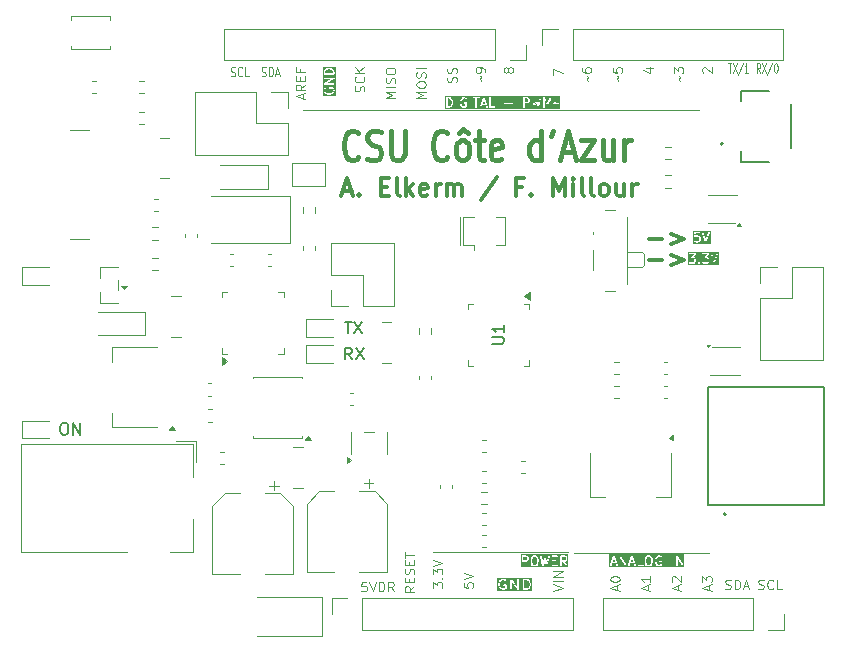
<source format=gbr>
%TF.GenerationSoftware,KiCad,Pcbnew,9.0.6*%
%TF.CreationDate,2026-01-05T12:24:48+01:00*%
%TF.ProjectId,arduino_uno_custom,61726475-696e-46f5-9f75-6e6f5f637573,rev?*%
%TF.SameCoordinates,Original*%
%TF.FileFunction,Legend,Top*%
%TF.FilePolarity,Positive*%
%FSLAX46Y46*%
G04 Gerber Fmt 4.6, Leading zero omitted, Abs format (unit mm)*
G04 Created by KiCad (PCBNEW 9.0.6) date 2026-01-05 12:24:48*
%MOMM*%
%LPD*%
G01*
G04 APERTURE LIST*
%ADD10C,0.125000*%
%ADD11C,0.400000*%
%ADD12C,0.300000*%
%ADD13C,0.100000*%
%ADD14C,0.150000*%
%ADD15C,0.200000*%
%ADD16C,0.127000*%
%ADD17C,0.120000*%
G04 APERTURE END LIST*
D10*
X154895595Y-119146335D02*
X154895595Y-119527287D01*
X154895595Y-119527287D02*
X155276547Y-119565383D01*
X155276547Y-119565383D02*
X155238452Y-119527287D01*
X155238452Y-119527287D02*
X155200357Y-119451097D01*
X155200357Y-119451097D02*
X155200357Y-119260621D01*
X155200357Y-119260621D02*
X155238452Y-119184430D01*
X155238452Y-119184430D02*
X155276547Y-119146335D01*
X155276547Y-119146335D02*
X155352738Y-119108240D01*
X155352738Y-119108240D02*
X155543214Y-119108240D01*
X155543214Y-119108240D02*
X155619404Y-119146335D01*
X155619404Y-119146335D02*
X155657500Y-119184430D01*
X155657500Y-119184430D02*
X155695595Y-119260621D01*
X155695595Y-119260621D02*
X155695595Y-119451097D01*
X155695595Y-119451097D02*
X155657500Y-119527287D01*
X155657500Y-119527287D02*
X155619404Y-119565383D01*
X154895595Y-118879668D02*
X155695595Y-118613001D01*
X155695595Y-118613001D02*
X154895595Y-118346335D01*
D11*
X145982204Y-83135152D02*
X145886966Y-83254200D01*
X145886966Y-83254200D02*
X145601252Y-83373247D01*
X145601252Y-83373247D02*
X145410776Y-83373247D01*
X145410776Y-83373247D02*
X145125061Y-83254200D01*
X145125061Y-83254200D02*
X144934585Y-83016104D01*
X144934585Y-83016104D02*
X144839347Y-82778009D01*
X144839347Y-82778009D02*
X144744109Y-82301819D01*
X144744109Y-82301819D02*
X144744109Y-81944676D01*
X144744109Y-81944676D02*
X144839347Y-81468485D01*
X144839347Y-81468485D02*
X144934585Y-81230390D01*
X144934585Y-81230390D02*
X145125061Y-80992295D01*
X145125061Y-80992295D02*
X145410776Y-80873247D01*
X145410776Y-80873247D02*
X145601252Y-80873247D01*
X145601252Y-80873247D02*
X145886966Y-80992295D01*
X145886966Y-80992295D02*
X145982204Y-81111342D01*
X146744109Y-83254200D02*
X147029823Y-83373247D01*
X147029823Y-83373247D02*
X147506014Y-83373247D01*
X147506014Y-83373247D02*
X147696490Y-83254200D01*
X147696490Y-83254200D02*
X147791728Y-83135152D01*
X147791728Y-83135152D02*
X147886966Y-82897057D01*
X147886966Y-82897057D02*
X147886966Y-82658961D01*
X147886966Y-82658961D02*
X147791728Y-82420866D01*
X147791728Y-82420866D02*
X147696490Y-82301819D01*
X147696490Y-82301819D02*
X147506014Y-82182771D01*
X147506014Y-82182771D02*
X147125061Y-82063723D01*
X147125061Y-82063723D02*
X146934585Y-81944676D01*
X146934585Y-81944676D02*
X146839347Y-81825628D01*
X146839347Y-81825628D02*
X146744109Y-81587533D01*
X146744109Y-81587533D02*
X146744109Y-81349438D01*
X146744109Y-81349438D02*
X146839347Y-81111342D01*
X146839347Y-81111342D02*
X146934585Y-80992295D01*
X146934585Y-80992295D02*
X147125061Y-80873247D01*
X147125061Y-80873247D02*
X147601252Y-80873247D01*
X147601252Y-80873247D02*
X147886966Y-80992295D01*
X148744109Y-80873247D02*
X148744109Y-82897057D01*
X148744109Y-82897057D02*
X148839347Y-83135152D01*
X148839347Y-83135152D02*
X148934585Y-83254200D01*
X148934585Y-83254200D02*
X149125061Y-83373247D01*
X149125061Y-83373247D02*
X149506014Y-83373247D01*
X149506014Y-83373247D02*
X149696490Y-83254200D01*
X149696490Y-83254200D02*
X149791728Y-83135152D01*
X149791728Y-83135152D02*
X149886966Y-82897057D01*
X149886966Y-82897057D02*
X149886966Y-80873247D01*
X153506014Y-83135152D02*
X153410776Y-83254200D01*
X153410776Y-83254200D02*
X153125062Y-83373247D01*
X153125062Y-83373247D02*
X152934586Y-83373247D01*
X152934586Y-83373247D02*
X152648871Y-83254200D01*
X152648871Y-83254200D02*
X152458395Y-83016104D01*
X152458395Y-83016104D02*
X152363157Y-82778009D01*
X152363157Y-82778009D02*
X152267919Y-82301819D01*
X152267919Y-82301819D02*
X152267919Y-81944676D01*
X152267919Y-81944676D02*
X152363157Y-81468485D01*
X152363157Y-81468485D02*
X152458395Y-81230390D01*
X152458395Y-81230390D02*
X152648871Y-80992295D01*
X152648871Y-80992295D02*
X152934586Y-80873247D01*
X152934586Y-80873247D02*
X153125062Y-80873247D01*
X153125062Y-80873247D02*
X153410776Y-80992295D01*
X153410776Y-80992295D02*
X153506014Y-81111342D01*
X154648871Y-83373247D02*
X154458395Y-83254200D01*
X154458395Y-83254200D02*
X154363157Y-83135152D01*
X154363157Y-83135152D02*
X154267919Y-82897057D01*
X154267919Y-82897057D02*
X154267919Y-82182771D01*
X154267919Y-82182771D02*
X154363157Y-81944676D01*
X154363157Y-81944676D02*
X154458395Y-81825628D01*
X154458395Y-81825628D02*
X154648871Y-81706580D01*
X154648871Y-81706580D02*
X154934586Y-81706580D01*
X154934586Y-81706580D02*
X155125062Y-81825628D01*
X155125062Y-81825628D02*
X155220300Y-81944676D01*
X155220300Y-81944676D02*
X155315538Y-82182771D01*
X155315538Y-82182771D02*
X155315538Y-82897057D01*
X155315538Y-82897057D02*
X155220300Y-83135152D01*
X155220300Y-83135152D02*
X155125062Y-83254200D01*
X155125062Y-83254200D02*
X154934586Y-83373247D01*
X154934586Y-83373247D02*
X154648871Y-83373247D01*
X154458395Y-81111342D02*
X154839347Y-80754200D01*
X154839347Y-80754200D02*
X155220300Y-81111342D01*
X155886967Y-81706580D02*
X156648871Y-81706580D01*
X156172681Y-80873247D02*
X156172681Y-83016104D01*
X156172681Y-83016104D02*
X156267919Y-83254200D01*
X156267919Y-83254200D02*
X156458395Y-83373247D01*
X156458395Y-83373247D02*
X156648871Y-83373247D01*
X158077443Y-83254200D02*
X157886967Y-83373247D01*
X157886967Y-83373247D02*
X157506014Y-83373247D01*
X157506014Y-83373247D02*
X157315538Y-83254200D01*
X157315538Y-83254200D02*
X157220300Y-83016104D01*
X157220300Y-83016104D02*
X157220300Y-82063723D01*
X157220300Y-82063723D02*
X157315538Y-81825628D01*
X157315538Y-81825628D02*
X157506014Y-81706580D01*
X157506014Y-81706580D02*
X157886967Y-81706580D01*
X157886967Y-81706580D02*
X158077443Y-81825628D01*
X158077443Y-81825628D02*
X158172681Y-82063723D01*
X158172681Y-82063723D02*
X158172681Y-82301819D01*
X158172681Y-82301819D02*
X157220300Y-82539914D01*
X161410777Y-83373247D02*
X161410777Y-80873247D01*
X161410777Y-83254200D02*
X161220301Y-83373247D01*
X161220301Y-83373247D02*
X160839348Y-83373247D01*
X160839348Y-83373247D02*
X160648872Y-83254200D01*
X160648872Y-83254200D02*
X160553634Y-83135152D01*
X160553634Y-83135152D02*
X160458396Y-82897057D01*
X160458396Y-82897057D02*
X160458396Y-82182771D01*
X160458396Y-82182771D02*
X160553634Y-81944676D01*
X160553634Y-81944676D02*
X160648872Y-81825628D01*
X160648872Y-81825628D02*
X160839348Y-81706580D01*
X160839348Y-81706580D02*
X161220301Y-81706580D01*
X161220301Y-81706580D02*
X161410777Y-81825628D01*
X162458396Y-80873247D02*
X162267920Y-81349438D01*
X163220301Y-82658961D02*
X164172682Y-82658961D01*
X163029825Y-83373247D02*
X163696491Y-80873247D01*
X163696491Y-80873247D02*
X164363158Y-83373247D01*
X164839349Y-81706580D02*
X165886968Y-81706580D01*
X165886968Y-81706580D02*
X164839349Y-83373247D01*
X164839349Y-83373247D02*
X165886968Y-83373247D01*
X167506016Y-81706580D02*
X167506016Y-83373247D01*
X166648873Y-81706580D02*
X166648873Y-83016104D01*
X166648873Y-83016104D02*
X166744111Y-83254200D01*
X166744111Y-83254200D02*
X166934587Y-83373247D01*
X166934587Y-83373247D02*
X167220302Y-83373247D01*
X167220302Y-83373247D02*
X167410778Y-83254200D01*
X167410778Y-83254200D02*
X167506016Y-83135152D01*
X168458397Y-83373247D02*
X168458397Y-81706580D01*
X168458397Y-82182771D02*
X168553635Y-81944676D01*
X168553635Y-81944676D02*
X168648873Y-81825628D01*
X168648873Y-81825628D02*
X168839349Y-81706580D01*
X168839349Y-81706580D02*
X169029826Y-81706580D01*
D12*
X170554510Y-90029400D02*
X171697368Y-90029400D01*
X172411653Y-89600828D02*
X173554511Y-90029400D01*
X173554511Y-90029400D02*
X172411653Y-90457971D01*
X170554510Y-91829400D02*
X171697368Y-91829400D01*
X172411653Y-91400828D02*
X173554511Y-91829400D01*
X173554511Y-91829400D02*
X172411653Y-92257971D01*
D10*
G36*
X175804895Y-90446984D02*
G01*
X174283537Y-90446984D01*
X174283537Y-89870328D01*
X174372426Y-89870328D01*
X174374781Y-89894601D01*
X174376873Y-89897157D01*
X174376873Y-89900463D01*
X174391748Y-89915338D01*
X174405071Y-89931622D01*
X174408359Y-89931950D01*
X174410698Y-89934289D01*
X174431744Y-89934289D01*
X174452670Y-89936382D01*
X174455226Y-89934289D01*
X174458532Y-89934290D01*
X174478810Y-89920742D01*
X174509733Y-89889819D01*
X174563657Y-89862857D01*
X174724623Y-89862857D01*
X174778546Y-89889818D01*
X174802297Y-89913569D01*
X174829259Y-89967492D01*
X174829259Y-90128459D01*
X174802297Y-90182383D01*
X174778545Y-90206134D01*
X174724623Y-90233095D01*
X174563657Y-90233095D01*
X174509733Y-90206133D01*
X174478810Y-90175210D01*
X174458533Y-90161662D01*
X174410699Y-90161662D01*
X174376874Y-90195487D01*
X174376874Y-90243321D01*
X174390422Y-90263598D01*
X174428518Y-90301694D01*
X174436839Y-90307254D01*
X174444761Y-90313402D01*
X174520951Y-90351497D01*
X174523970Y-90352323D01*
X174524984Y-90353337D01*
X174534811Y-90355291D01*
X174544472Y-90357937D01*
X174545830Y-90357484D01*
X174548902Y-90358095D01*
X174739378Y-90358095D01*
X174742449Y-90357484D01*
X174743808Y-90357937D01*
X174753468Y-90355291D01*
X174763296Y-90353337D01*
X174764309Y-90352323D01*
X174767329Y-90351497D01*
X174843520Y-90313402D01*
X174851435Y-90307258D01*
X174859764Y-90301694D01*
X174897859Y-90263598D01*
X174903425Y-90255266D01*
X174909566Y-90247355D01*
X174947661Y-90171165D01*
X174948487Y-90168145D01*
X174949501Y-90167132D01*
X174951455Y-90157304D01*
X174954101Y-90147644D01*
X174953648Y-90146285D01*
X174954259Y-90143214D01*
X174954259Y-89952738D01*
X174953648Y-89949668D01*
X174954102Y-89948308D01*
X174951454Y-89938641D01*
X174949501Y-89928820D01*
X174948487Y-89927806D01*
X174947661Y-89924788D01*
X174909566Y-89848596D01*
X174903422Y-89840680D01*
X174897858Y-89832352D01*
X174859763Y-89794258D01*
X174851441Y-89788697D01*
X174843520Y-89782550D01*
X174767329Y-89744455D01*
X174764309Y-89743628D01*
X174763296Y-89742615D01*
X174753468Y-89740660D01*
X174743808Y-89738015D01*
X174742449Y-89738467D01*
X174739378Y-89737857D01*
X174548902Y-89737857D01*
X174545830Y-89738467D01*
X174544472Y-89738015D01*
X174534811Y-89740660D01*
X174524984Y-89742615D01*
X174523970Y-89743628D01*
X174520951Y-89744455D01*
X174510094Y-89749883D01*
X174529274Y-89558095D01*
X174853664Y-89558095D01*
X174877582Y-89553337D01*
X174911406Y-89519513D01*
X174911406Y-89491164D01*
X175057989Y-89491164D01*
X175061038Y-89515359D01*
X175327705Y-90315359D01*
X175339783Y-90336545D01*
X175343959Y-90338633D01*
X175346048Y-90342810D01*
X175364843Y-90349075D01*
X175382567Y-90357937D01*
X175386998Y-90356460D01*
X175391429Y-90357937D01*
X175409153Y-90349075D01*
X175427948Y-90342810D01*
X175430036Y-90338633D01*
X175434213Y-90336545D01*
X175446291Y-90315359D01*
X175712957Y-89515359D01*
X175716006Y-89491164D01*
X175694614Y-89448379D01*
X175649233Y-89433252D01*
X175606449Y-89454645D01*
X175594371Y-89475831D01*
X175386997Y-90097951D01*
X175179624Y-89475831D01*
X175167546Y-89454645D01*
X175124762Y-89433253D01*
X175079381Y-89448380D01*
X175057989Y-89491164D01*
X174911406Y-89491164D01*
X174911406Y-89471677D01*
X174877582Y-89437853D01*
X174853664Y-89433095D01*
X174472712Y-89433095D01*
X174457757Y-89436069D01*
X174454658Y-89435760D01*
X174453161Y-89436984D01*
X174448794Y-89437853D01*
X174433917Y-89452729D01*
X174417637Y-89466050D01*
X174416337Y-89470309D01*
X174414970Y-89471677D01*
X174414970Y-89474793D01*
X174410522Y-89489376D01*
X174372426Y-89870328D01*
X174283537Y-89870328D01*
X174283537Y-89344206D01*
X175804895Y-89344206D01*
X175804895Y-90446984D01*
G37*
X137796521Y-76257500D02*
X137882236Y-76295595D01*
X137882236Y-76295595D02*
X138025093Y-76295595D01*
X138025093Y-76295595D02*
X138082236Y-76257500D01*
X138082236Y-76257500D02*
X138110807Y-76219404D01*
X138110807Y-76219404D02*
X138139378Y-76143214D01*
X138139378Y-76143214D02*
X138139378Y-76067023D01*
X138139378Y-76067023D02*
X138110807Y-75990833D01*
X138110807Y-75990833D02*
X138082236Y-75952738D01*
X138082236Y-75952738D02*
X138025093Y-75914642D01*
X138025093Y-75914642D02*
X137910807Y-75876547D01*
X137910807Y-75876547D02*
X137853664Y-75838452D01*
X137853664Y-75838452D02*
X137825093Y-75800357D01*
X137825093Y-75800357D02*
X137796521Y-75724166D01*
X137796521Y-75724166D02*
X137796521Y-75647976D01*
X137796521Y-75647976D02*
X137825093Y-75571785D01*
X137825093Y-75571785D02*
X137853664Y-75533690D01*
X137853664Y-75533690D02*
X137910807Y-75495595D01*
X137910807Y-75495595D02*
X138053664Y-75495595D01*
X138053664Y-75495595D02*
X138139378Y-75533690D01*
X138396522Y-76295595D02*
X138396522Y-75495595D01*
X138396522Y-75495595D02*
X138539379Y-75495595D01*
X138539379Y-75495595D02*
X138625093Y-75533690D01*
X138625093Y-75533690D02*
X138682236Y-75609880D01*
X138682236Y-75609880D02*
X138710807Y-75686071D01*
X138710807Y-75686071D02*
X138739379Y-75838452D01*
X138739379Y-75838452D02*
X138739379Y-75952738D01*
X138739379Y-75952738D02*
X138710807Y-76105119D01*
X138710807Y-76105119D02*
X138682236Y-76181309D01*
X138682236Y-76181309D02*
X138625093Y-76257500D01*
X138625093Y-76257500D02*
X138539379Y-76295595D01*
X138539379Y-76295595D02*
X138396522Y-76295595D01*
X138967950Y-76067023D02*
X139253665Y-76067023D01*
X138910807Y-76295595D02*
X139110807Y-75495595D01*
X139110807Y-75495595D02*
X139310807Y-76295595D01*
X151695595Y-78127287D02*
X150895595Y-78127287D01*
X150895595Y-78127287D02*
X151467023Y-77860621D01*
X151467023Y-77860621D02*
X150895595Y-77593954D01*
X150895595Y-77593954D02*
X151695595Y-77593954D01*
X150895595Y-77060620D02*
X150895595Y-76908239D01*
X150895595Y-76908239D02*
X150933690Y-76832049D01*
X150933690Y-76832049D02*
X151009880Y-76755858D01*
X151009880Y-76755858D02*
X151162261Y-76717763D01*
X151162261Y-76717763D02*
X151428928Y-76717763D01*
X151428928Y-76717763D02*
X151581309Y-76755858D01*
X151581309Y-76755858D02*
X151657500Y-76832049D01*
X151657500Y-76832049D02*
X151695595Y-76908239D01*
X151695595Y-76908239D02*
X151695595Y-77060620D01*
X151695595Y-77060620D02*
X151657500Y-77136811D01*
X151657500Y-77136811D02*
X151581309Y-77213001D01*
X151581309Y-77213001D02*
X151428928Y-77251097D01*
X151428928Y-77251097D02*
X151162261Y-77251097D01*
X151162261Y-77251097D02*
X151009880Y-77213001D01*
X151009880Y-77213001D02*
X150933690Y-77136811D01*
X150933690Y-77136811D02*
X150895595Y-77060620D01*
X151657500Y-76413002D02*
X151695595Y-76298716D01*
X151695595Y-76298716D02*
X151695595Y-76108240D01*
X151695595Y-76108240D02*
X151657500Y-76032049D01*
X151657500Y-76032049D02*
X151619404Y-75993954D01*
X151619404Y-75993954D02*
X151543214Y-75955859D01*
X151543214Y-75955859D02*
X151467023Y-75955859D01*
X151467023Y-75955859D02*
X151390833Y-75993954D01*
X151390833Y-75993954D02*
X151352738Y-76032049D01*
X151352738Y-76032049D02*
X151314642Y-76108240D01*
X151314642Y-76108240D02*
X151276547Y-76260621D01*
X151276547Y-76260621D02*
X151238452Y-76336811D01*
X151238452Y-76336811D02*
X151200357Y-76374906D01*
X151200357Y-76374906D02*
X151124166Y-76413002D01*
X151124166Y-76413002D02*
X151047976Y-76413002D01*
X151047976Y-76413002D02*
X150971785Y-76374906D01*
X150971785Y-76374906D02*
X150933690Y-76336811D01*
X150933690Y-76336811D02*
X150895595Y-76260621D01*
X150895595Y-76260621D02*
X150895595Y-76070144D01*
X150895595Y-76070144D02*
X150933690Y-75955859D01*
X151695595Y-75613001D02*
X150895595Y-75613001D01*
X179992049Y-75982369D02*
X179825383Y-75601416D01*
X179706335Y-75982369D02*
X179706335Y-75182369D01*
X179706335Y-75182369D02*
X179896811Y-75182369D01*
X179896811Y-75182369D02*
X179944430Y-75220464D01*
X179944430Y-75220464D02*
X179968240Y-75258559D01*
X179968240Y-75258559D02*
X179992049Y-75334750D01*
X179992049Y-75334750D02*
X179992049Y-75449035D01*
X179992049Y-75449035D02*
X179968240Y-75525226D01*
X179968240Y-75525226D02*
X179944430Y-75563321D01*
X179944430Y-75563321D02*
X179896811Y-75601416D01*
X179896811Y-75601416D02*
X179706335Y-75601416D01*
X180158716Y-75182369D02*
X180492049Y-75982369D01*
X180492049Y-75182369D02*
X180158716Y-75982369D01*
X181039668Y-75144274D02*
X180611097Y-76172845D01*
X181301573Y-75182369D02*
X181349192Y-75182369D01*
X181349192Y-75182369D02*
X181396811Y-75220464D01*
X181396811Y-75220464D02*
X181420621Y-75258559D01*
X181420621Y-75258559D02*
X181444430Y-75334750D01*
X181444430Y-75334750D02*
X181468240Y-75487131D01*
X181468240Y-75487131D02*
X181468240Y-75677607D01*
X181468240Y-75677607D02*
X181444430Y-75829988D01*
X181444430Y-75829988D02*
X181420621Y-75906178D01*
X181420621Y-75906178D02*
X181396811Y-75944274D01*
X181396811Y-75944274D02*
X181349192Y-75982369D01*
X181349192Y-75982369D02*
X181301573Y-75982369D01*
X181301573Y-75982369D02*
X181253954Y-75944274D01*
X181253954Y-75944274D02*
X181230145Y-75906178D01*
X181230145Y-75906178D02*
X181206335Y-75829988D01*
X181206335Y-75829988D02*
X181182526Y-75677607D01*
X181182526Y-75677607D02*
X181182526Y-75487131D01*
X181182526Y-75487131D02*
X181206335Y-75334750D01*
X181206335Y-75334750D02*
X181230145Y-75258559D01*
X181230145Y-75258559D02*
X181253954Y-75220464D01*
X181253954Y-75220464D02*
X181301573Y-75182369D01*
X158638452Y-75813002D02*
X158600357Y-75889192D01*
X158600357Y-75889192D02*
X158562261Y-75927287D01*
X158562261Y-75927287D02*
X158486071Y-75965383D01*
X158486071Y-75965383D02*
X158447976Y-75965383D01*
X158447976Y-75965383D02*
X158371785Y-75927287D01*
X158371785Y-75927287D02*
X158333690Y-75889192D01*
X158333690Y-75889192D02*
X158295595Y-75813002D01*
X158295595Y-75813002D02*
X158295595Y-75660621D01*
X158295595Y-75660621D02*
X158333690Y-75584430D01*
X158333690Y-75584430D02*
X158371785Y-75546335D01*
X158371785Y-75546335D02*
X158447976Y-75508240D01*
X158447976Y-75508240D02*
X158486071Y-75508240D01*
X158486071Y-75508240D02*
X158562261Y-75546335D01*
X158562261Y-75546335D02*
X158600357Y-75584430D01*
X158600357Y-75584430D02*
X158638452Y-75660621D01*
X158638452Y-75660621D02*
X158638452Y-75813002D01*
X158638452Y-75813002D02*
X158676547Y-75889192D01*
X158676547Y-75889192D02*
X158714642Y-75927287D01*
X158714642Y-75927287D02*
X158790833Y-75965383D01*
X158790833Y-75965383D02*
X158943214Y-75965383D01*
X158943214Y-75965383D02*
X159019404Y-75927287D01*
X159019404Y-75927287D02*
X159057500Y-75889192D01*
X159057500Y-75889192D02*
X159095595Y-75813002D01*
X159095595Y-75813002D02*
X159095595Y-75660621D01*
X159095595Y-75660621D02*
X159057500Y-75584430D01*
X159057500Y-75584430D02*
X159019404Y-75546335D01*
X159019404Y-75546335D02*
X158943214Y-75508240D01*
X158943214Y-75508240D02*
X158790833Y-75508240D01*
X158790833Y-75508240D02*
X158714642Y-75546335D01*
X158714642Y-75546335D02*
X158676547Y-75584430D01*
X158676547Y-75584430D02*
X158638452Y-75660621D01*
X156390833Y-76641573D02*
X156352738Y-76603478D01*
X156352738Y-76603478D02*
X156314642Y-76527287D01*
X156314642Y-76527287D02*
X156390833Y-76374906D01*
X156390833Y-76374906D02*
X156352738Y-76298716D01*
X156352738Y-76298716D02*
X156314642Y-76260621D01*
X156695595Y-75917763D02*
X156695595Y-75765382D01*
X156695595Y-75765382D02*
X156657500Y-75689192D01*
X156657500Y-75689192D02*
X156619404Y-75651096D01*
X156619404Y-75651096D02*
X156505119Y-75574906D01*
X156505119Y-75574906D02*
X156352738Y-75536811D01*
X156352738Y-75536811D02*
X156047976Y-75536811D01*
X156047976Y-75536811D02*
X155971785Y-75574906D01*
X155971785Y-75574906D02*
X155933690Y-75613001D01*
X155933690Y-75613001D02*
X155895595Y-75689192D01*
X155895595Y-75689192D02*
X155895595Y-75841573D01*
X155895595Y-75841573D02*
X155933690Y-75917763D01*
X155933690Y-75917763D02*
X155971785Y-75955858D01*
X155971785Y-75955858D02*
X156047976Y-75993954D01*
X156047976Y-75993954D02*
X156238452Y-75993954D01*
X156238452Y-75993954D02*
X156314642Y-75955858D01*
X156314642Y-75955858D02*
X156352738Y-75917763D01*
X156352738Y-75917763D02*
X156390833Y-75841573D01*
X156390833Y-75841573D02*
X156390833Y-75689192D01*
X156390833Y-75689192D02*
X156352738Y-75613001D01*
X156352738Y-75613001D02*
X156314642Y-75574906D01*
X156314642Y-75574906D02*
X156238452Y-75536811D01*
X175171785Y-75965383D02*
X175133690Y-75927287D01*
X175133690Y-75927287D02*
X175095595Y-75851097D01*
X175095595Y-75851097D02*
X175095595Y-75660621D01*
X175095595Y-75660621D02*
X175133690Y-75584430D01*
X175133690Y-75584430D02*
X175171785Y-75546335D01*
X175171785Y-75546335D02*
X175247976Y-75508240D01*
X175247976Y-75508240D02*
X175324166Y-75508240D01*
X175324166Y-75508240D02*
X175438452Y-75546335D01*
X175438452Y-75546335D02*
X175895595Y-76003478D01*
X175895595Y-76003478D02*
X175895595Y-75508240D01*
X165390833Y-76641573D02*
X165352738Y-76603478D01*
X165352738Y-76603478D02*
X165314642Y-76527287D01*
X165314642Y-76527287D02*
X165390833Y-76374906D01*
X165390833Y-76374906D02*
X165352738Y-76298716D01*
X165352738Y-76298716D02*
X165314642Y-76260621D01*
X164895595Y-75613001D02*
X164895595Y-75765382D01*
X164895595Y-75765382D02*
X164933690Y-75841573D01*
X164933690Y-75841573D02*
X164971785Y-75879668D01*
X164971785Y-75879668D02*
X165086071Y-75955858D01*
X165086071Y-75955858D02*
X165238452Y-75993954D01*
X165238452Y-75993954D02*
X165543214Y-75993954D01*
X165543214Y-75993954D02*
X165619404Y-75955858D01*
X165619404Y-75955858D02*
X165657500Y-75917763D01*
X165657500Y-75917763D02*
X165695595Y-75841573D01*
X165695595Y-75841573D02*
X165695595Y-75689192D01*
X165695595Y-75689192D02*
X165657500Y-75613001D01*
X165657500Y-75613001D02*
X165619404Y-75574906D01*
X165619404Y-75574906D02*
X165543214Y-75536811D01*
X165543214Y-75536811D02*
X165352738Y-75536811D01*
X165352738Y-75536811D02*
X165276547Y-75574906D01*
X165276547Y-75574906D02*
X165238452Y-75613001D01*
X165238452Y-75613001D02*
X165200357Y-75689192D01*
X165200357Y-75689192D02*
X165200357Y-75841573D01*
X165200357Y-75841573D02*
X165238452Y-75917763D01*
X165238452Y-75917763D02*
X165276547Y-75955858D01*
X165276547Y-75955858D02*
X165352738Y-75993954D01*
D12*
X144683082Y-85972257D02*
X145397368Y-85972257D01*
X144540225Y-86400828D02*
X145040225Y-84900828D01*
X145040225Y-84900828D02*
X145540225Y-86400828D01*
X146040224Y-86257971D02*
X146111653Y-86329400D01*
X146111653Y-86329400D02*
X146040224Y-86400828D01*
X146040224Y-86400828D02*
X145968796Y-86329400D01*
X145968796Y-86329400D02*
X146040224Y-86257971D01*
X146040224Y-86257971D02*
X146040224Y-86400828D01*
X147897367Y-85615114D02*
X148397367Y-85615114D01*
X148611653Y-86400828D02*
X147897367Y-86400828D01*
X147897367Y-86400828D02*
X147897367Y-84900828D01*
X147897367Y-84900828D02*
X148611653Y-84900828D01*
X149468796Y-86400828D02*
X149325939Y-86329400D01*
X149325939Y-86329400D02*
X149254510Y-86186542D01*
X149254510Y-86186542D02*
X149254510Y-84900828D01*
X150040224Y-86400828D02*
X150040224Y-84900828D01*
X150183082Y-85829400D02*
X150611653Y-86400828D01*
X150611653Y-85400828D02*
X150040224Y-85972257D01*
X151825939Y-86329400D02*
X151683082Y-86400828D01*
X151683082Y-86400828D02*
X151397368Y-86400828D01*
X151397368Y-86400828D02*
X151254510Y-86329400D01*
X151254510Y-86329400D02*
X151183082Y-86186542D01*
X151183082Y-86186542D02*
X151183082Y-85615114D01*
X151183082Y-85615114D02*
X151254510Y-85472257D01*
X151254510Y-85472257D02*
X151397368Y-85400828D01*
X151397368Y-85400828D02*
X151683082Y-85400828D01*
X151683082Y-85400828D02*
X151825939Y-85472257D01*
X151825939Y-85472257D02*
X151897368Y-85615114D01*
X151897368Y-85615114D02*
X151897368Y-85757971D01*
X151897368Y-85757971D02*
X151183082Y-85900828D01*
X152540224Y-86400828D02*
X152540224Y-85400828D01*
X152540224Y-85686542D02*
X152611653Y-85543685D01*
X152611653Y-85543685D02*
X152683082Y-85472257D01*
X152683082Y-85472257D02*
X152825939Y-85400828D01*
X152825939Y-85400828D02*
X152968796Y-85400828D01*
X153468795Y-86400828D02*
X153468795Y-85400828D01*
X153468795Y-85543685D02*
X153540224Y-85472257D01*
X153540224Y-85472257D02*
X153683081Y-85400828D01*
X153683081Y-85400828D02*
X153897367Y-85400828D01*
X153897367Y-85400828D02*
X154040224Y-85472257D01*
X154040224Y-85472257D02*
X154111653Y-85615114D01*
X154111653Y-85615114D02*
X154111653Y-86400828D01*
X154111653Y-85615114D02*
X154183081Y-85472257D01*
X154183081Y-85472257D02*
X154325938Y-85400828D01*
X154325938Y-85400828D02*
X154540224Y-85400828D01*
X154540224Y-85400828D02*
X154683081Y-85472257D01*
X154683081Y-85472257D02*
X154754510Y-85615114D01*
X154754510Y-85615114D02*
X154754510Y-86400828D01*
X157683081Y-84829400D02*
X156397367Y-86757971D01*
X159825938Y-85615114D02*
X159325938Y-85615114D01*
X159325938Y-86400828D02*
X159325938Y-84900828D01*
X159325938Y-84900828D02*
X160040224Y-84900828D01*
X160611652Y-86257971D02*
X160683081Y-86329400D01*
X160683081Y-86329400D02*
X160611652Y-86400828D01*
X160611652Y-86400828D02*
X160540224Y-86329400D01*
X160540224Y-86329400D02*
X160611652Y-86257971D01*
X160611652Y-86257971D02*
X160611652Y-86400828D01*
X162468795Y-86400828D02*
X162468795Y-84900828D01*
X162468795Y-84900828D02*
X162968795Y-85972257D01*
X162968795Y-85972257D02*
X163468795Y-84900828D01*
X163468795Y-84900828D02*
X163468795Y-86400828D01*
X164183081Y-86400828D02*
X164183081Y-85400828D01*
X164183081Y-84900828D02*
X164111653Y-84972257D01*
X164111653Y-84972257D02*
X164183081Y-85043685D01*
X164183081Y-85043685D02*
X164254510Y-84972257D01*
X164254510Y-84972257D02*
X164183081Y-84900828D01*
X164183081Y-84900828D02*
X164183081Y-85043685D01*
X165111653Y-86400828D02*
X164968796Y-86329400D01*
X164968796Y-86329400D02*
X164897367Y-86186542D01*
X164897367Y-86186542D02*
X164897367Y-84900828D01*
X165897367Y-86400828D02*
X165754510Y-86329400D01*
X165754510Y-86329400D02*
X165683081Y-86186542D01*
X165683081Y-86186542D02*
X165683081Y-84900828D01*
X166683081Y-86400828D02*
X166540224Y-86329400D01*
X166540224Y-86329400D02*
X166468795Y-86257971D01*
X166468795Y-86257971D02*
X166397367Y-86115114D01*
X166397367Y-86115114D02*
X166397367Y-85686542D01*
X166397367Y-85686542D02*
X166468795Y-85543685D01*
X166468795Y-85543685D02*
X166540224Y-85472257D01*
X166540224Y-85472257D02*
X166683081Y-85400828D01*
X166683081Y-85400828D02*
X166897367Y-85400828D01*
X166897367Y-85400828D02*
X167040224Y-85472257D01*
X167040224Y-85472257D02*
X167111653Y-85543685D01*
X167111653Y-85543685D02*
X167183081Y-85686542D01*
X167183081Y-85686542D02*
X167183081Y-86115114D01*
X167183081Y-86115114D02*
X167111653Y-86257971D01*
X167111653Y-86257971D02*
X167040224Y-86329400D01*
X167040224Y-86329400D02*
X166897367Y-86400828D01*
X166897367Y-86400828D02*
X166683081Y-86400828D01*
X168468796Y-85400828D02*
X168468796Y-86400828D01*
X167825938Y-85400828D02*
X167825938Y-86186542D01*
X167825938Y-86186542D02*
X167897367Y-86329400D01*
X167897367Y-86329400D02*
X168040224Y-86400828D01*
X168040224Y-86400828D02*
X168254510Y-86400828D01*
X168254510Y-86400828D02*
X168397367Y-86329400D01*
X168397367Y-86329400D02*
X168468796Y-86257971D01*
X169183081Y-86400828D02*
X169183081Y-85400828D01*
X169183081Y-85686542D02*
X169254510Y-85543685D01*
X169254510Y-85543685D02*
X169325939Y-85472257D01*
X169325939Y-85472257D02*
X169468796Y-85400828D01*
X169468796Y-85400828D02*
X169611653Y-85400828D01*
D10*
X177034616Y-119657500D02*
X177148902Y-119695595D01*
X177148902Y-119695595D02*
X177339378Y-119695595D01*
X177339378Y-119695595D02*
X177415569Y-119657500D01*
X177415569Y-119657500D02*
X177453664Y-119619404D01*
X177453664Y-119619404D02*
X177491759Y-119543214D01*
X177491759Y-119543214D02*
X177491759Y-119467023D01*
X177491759Y-119467023D02*
X177453664Y-119390833D01*
X177453664Y-119390833D02*
X177415569Y-119352738D01*
X177415569Y-119352738D02*
X177339378Y-119314642D01*
X177339378Y-119314642D02*
X177186997Y-119276547D01*
X177186997Y-119276547D02*
X177110807Y-119238452D01*
X177110807Y-119238452D02*
X177072712Y-119200357D01*
X177072712Y-119200357D02*
X177034616Y-119124166D01*
X177034616Y-119124166D02*
X177034616Y-119047976D01*
X177034616Y-119047976D02*
X177072712Y-118971785D01*
X177072712Y-118971785D02*
X177110807Y-118933690D01*
X177110807Y-118933690D02*
X177186997Y-118895595D01*
X177186997Y-118895595D02*
X177377474Y-118895595D01*
X177377474Y-118895595D02*
X177491759Y-118933690D01*
X177834617Y-119695595D02*
X177834617Y-118895595D01*
X177834617Y-118895595D02*
X178025093Y-118895595D01*
X178025093Y-118895595D02*
X178139379Y-118933690D01*
X178139379Y-118933690D02*
X178215569Y-119009880D01*
X178215569Y-119009880D02*
X178253664Y-119086071D01*
X178253664Y-119086071D02*
X178291760Y-119238452D01*
X178291760Y-119238452D02*
X178291760Y-119352738D01*
X178291760Y-119352738D02*
X178253664Y-119505119D01*
X178253664Y-119505119D02*
X178215569Y-119581309D01*
X178215569Y-119581309D02*
X178139379Y-119657500D01*
X178139379Y-119657500D02*
X178025093Y-119695595D01*
X178025093Y-119695595D02*
X177834617Y-119695595D01*
X178596521Y-119467023D02*
X178977474Y-119467023D01*
X178520331Y-119695595D02*
X178786998Y-118895595D01*
X178786998Y-118895595D02*
X179053664Y-119695595D01*
X173190833Y-76641573D02*
X173152738Y-76603478D01*
X173152738Y-76603478D02*
X173114642Y-76527287D01*
X173114642Y-76527287D02*
X173190833Y-76374906D01*
X173190833Y-76374906D02*
X173152738Y-76298716D01*
X173152738Y-76298716D02*
X173114642Y-76260621D01*
X172695595Y-76032049D02*
X172695595Y-75536811D01*
X172695595Y-75536811D02*
X173000357Y-75803477D01*
X173000357Y-75803477D02*
X173000357Y-75689192D01*
X173000357Y-75689192D02*
X173038452Y-75613001D01*
X173038452Y-75613001D02*
X173076547Y-75574906D01*
X173076547Y-75574906D02*
X173152738Y-75536811D01*
X173152738Y-75536811D02*
X173343214Y-75536811D01*
X173343214Y-75536811D02*
X173419404Y-75574906D01*
X173419404Y-75574906D02*
X173457500Y-75613001D01*
X173457500Y-75613001D02*
X173495595Y-75689192D01*
X173495595Y-75689192D02*
X173495595Y-75917763D01*
X173495595Y-75917763D02*
X173457500Y-75993954D01*
X173457500Y-75993954D02*
X173419404Y-76032049D01*
X162495595Y-119841573D02*
X163295595Y-119574906D01*
X163295595Y-119574906D02*
X162495595Y-119308240D01*
X163295595Y-119041573D02*
X162495595Y-119041573D01*
X163295595Y-118660621D02*
X162495595Y-118660621D01*
X162495595Y-118660621D02*
X163295595Y-118203478D01*
X163295595Y-118203478D02*
X162495595Y-118203478D01*
D13*
X152265789Y-116567657D02*
X153027693Y-116567657D01*
X153027694Y-116567657D02*
X153789598Y-116567657D01*
X153789599Y-116567657D02*
X154551503Y-116567657D01*
X154551504Y-116567657D02*
X155313408Y-116567657D01*
X155313409Y-116567657D02*
X156075313Y-116567657D01*
X156075314Y-116567657D02*
X156837218Y-116567657D01*
X156837219Y-116567657D02*
X157599123Y-116567657D01*
X157599124Y-116567657D02*
X158361028Y-116567657D01*
X158361029Y-116567657D02*
X159122933Y-116567657D01*
X159122934Y-116567657D02*
X159884838Y-116567657D01*
X159884839Y-116567657D02*
X160646743Y-116567657D01*
X160646744Y-116567657D02*
X161408648Y-116567657D01*
X161408649Y-116567657D02*
X162170553Y-116567657D01*
X162170554Y-116567657D02*
X162932458Y-116567657D01*
X162932459Y-116567657D02*
X163694363Y-116567657D01*
D10*
X175667023Y-119765383D02*
X175667023Y-119384430D01*
X175895595Y-119841573D02*
X175095595Y-119574906D01*
X175095595Y-119574906D02*
X175895595Y-119308240D01*
X175095595Y-119117764D02*
X175095595Y-118622526D01*
X175095595Y-118622526D02*
X175400357Y-118889192D01*
X175400357Y-118889192D02*
X175400357Y-118774907D01*
X175400357Y-118774907D02*
X175438452Y-118698716D01*
X175438452Y-118698716D02*
X175476547Y-118660621D01*
X175476547Y-118660621D02*
X175552738Y-118622526D01*
X175552738Y-118622526D02*
X175743214Y-118622526D01*
X175743214Y-118622526D02*
X175819404Y-118660621D01*
X175819404Y-118660621D02*
X175857500Y-118698716D01*
X175857500Y-118698716D02*
X175895595Y-118774907D01*
X175895595Y-118774907D02*
X175895595Y-119003478D01*
X175895595Y-119003478D02*
X175857500Y-119079669D01*
X175857500Y-119079669D02*
X175819404Y-119117764D01*
X146457500Y-77565383D02*
X146495595Y-77451097D01*
X146495595Y-77451097D02*
X146495595Y-77260621D01*
X146495595Y-77260621D02*
X146457500Y-77184430D01*
X146457500Y-77184430D02*
X146419404Y-77146335D01*
X146419404Y-77146335D02*
X146343214Y-77108240D01*
X146343214Y-77108240D02*
X146267023Y-77108240D01*
X146267023Y-77108240D02*
X146190833Y-77146335D01*
X146190833Y-77146335D02*
X146152738Y-77184430D01*
X146152738Y-77184430D02*
X146114642Y-77260621D01*
X146114642Y-77260621D02*
X146076547Y-77413002D01*
X146076547Y-77413002D02*
X146038452Y-77489192D01*
X146038452Y-77489192D02*
X146000357Y-77527287D01*
X146000357Y-77527287D02*
X145924166Y-77565383D01*
X145924166Y-77565383D02*
X145847976Y-77565383D01*
X145847976Y-77565383D02*
X145771785Y-77527287D01*
X145771785Y-77527287D02*
X145733690Y-77489192D01*
X145733690Y-77489192D02*
X145695595Y-77413002D01*
X145695595Y-77413002D02*
X145695595Y-77222525D01*
X145695595Y-77222525D02*
X145733690Y-77108240D01*
X146419404Y-76308239D02*
X146457500Y-76346335D01*
X146457500Y-76346335D02*
X146495595Y-76460620D01*
X146495595Y-76460620D02*
X146495595Y-76536811D01*
X146495595Y-76536811D02*
X146457500Y-76651097D01*
X146457500Y-76651097D02*
X146381309Y-76727287D01*
X146381309Y-76727287D02*
X146305119Y-76765382D01*
X146305119Y-76765382D02*
X146152738Y-76803478D01*
X146152738Y-76803478D02*
X146038452Y-76803478D01*
X146038452Y-76803478D02*
X145886071Y-76765382D01*
X145886071Y-76765382D02*
X145809880Y-76727287D01*
X145809880Y-76727287D02*
X145733690Y-76651097D01*
X145733690Y-76651097D02*
X145695595Y-76536811D01*
X145695595Y-76536811D02*
X145695595Y-76460620D01*
X145695595Y-76460620D02*
X145733690Y-76346335D01*
X145733690Y-76346335D02*
X145771785Y-76308239D01*
X146495595Y-75965382D02*
X145695595Y-75965382D01*
X146495595Y-75508239D02*
X146038452Y-75851097D01*
X145695595Y-75508239D02*
X146152738Y-75965382D01*
X170362261Y-75584430D02*
X170895595Y-75584430D01*
X170057500Y-75774906D02*
X170628928Y-75965383D01*
X170628928Y-75965383D02*
X170628928Y-75470144D01*
X173067023Y-119765383D02*
X173067023Y-119384430D01*
X173295595Y-119841573D02*
X172495595Y-119574906D01*
X172495595Y-119574906D02*
X173295595Y-119308240D01*
X172571785Y-119079669D02*
X172533690Y-119041573D01*
X172533690Y-119041573D02*
X172495595Y-118965383D01*
X172495595Y-118965383D02*
X172495595Y-118774907D01*
X172495595Y-118774907D02*
X172533690Y-118698716D01*
X172533690Y-118698716D02*
X172571785Y-118660621D01*
X172571785Y-118660621D02*
X172647976Y-118622526D01*
X172647976Y-118622526D02*
X172724166Y-118622526D01*
X172724166Y-118622526D02*
X172838452Y-118660621D01*
X172838452Y-118660621D02*
X173295595Y-119117764D01*
X173295595Y-119117764D02*
X173295595Y-118622526D01*
X167867023Y-119765383D02*
X167867023Y-119384430D01*
X168095595Y-119841573D02*
X167295595Y-119574906D01*
X167295595Y-119574906D02*
X168095595Y-119308240D01*
X167295595Y-118889192D02*
X167295595Y-118813002D01*
X167295595Y-118813002D02*
X167333690Y-118736811D01*
X167333690Y-118736811D02*
X167371785Y-118698716D01*
X167371785Y-118698716D02*
X167447976Y-118660621D01*
X167447976Y-118660621D02*
X167600357Y-118622526D01*
X167600357Y-118622526D02*
X167790833Y-118622526D01*
X167790833Y-118622526D02*
X167943214Y-118660621D01*
X167943214Y-118660621D02*
X168019404Y-118698716D01*
X168019404Y-118698716D02*
X168057500Y-118736811D01*
X168057500Y-118736811D02*
X168095595Y-118813002D01*
X168095595Y-118813002D02*
X168095595Y-118889192D01*
X168095595Y-118889192D02*
X168057500Y-118965383D01*
X168057500Y-118965383D02*
X168019404Y-119003478D01*
X168019404Y-119003478D02*
X167943214Y-119041573D01*
X167943214Y-119041573D02*
X167790833Y-119079669D01*
X167790833Y-119079669D02*
X167600357Y-119079669D01*
X167600357Y-119079669D02*
X167447976Y-119041573D01*
X167447976Y-119041573D02*
X167371785Y-119003478D01*
X167371785Y-119003478D02*
X167333690Y-118965383D01*
X167333690Y-118965383D02*
X167295595Y-118889192D01*
D13*
X141265789Y-79167657D02*
X142027693Y-79167657D01*
X142027694Y-79167657D02*
X142789598Y-79167657D01*
X142789599Y-79167657D02*
X143551503Y-79167657D01*
X143551504Y-79167657D02*
X144313408Y-79167657D01*
X144313409Y-79167657D02*
X145075313Y-79167657D01*
X145075314Y-79167657D02*
X145837218Y-79167657D01*
X145837219Y-79167657D02*
X146599123Y-79167657D01*
X146599124Y-79167657D02*
X147361028Y-79167657D01*
X147361029Y-79167657D02*
X148122933Y-79167657D01*
X148122934Y-79167657D02*
X148884838Y-79167657D01*
X148884839Y-79167657D02*
X149646743Y-79167657D01*
X149646744Y-79167657D02*
X150408648Y-79167657D01*
X150408649Y-79167657D02*
X151170553Y-79167657D01*
X151170554Y-79167657D02*
X151932458Y-79167657D01*
X151932459Y-79167657D02*
X152694363Y-79167657D01*
X152694364Y-79167657D02*
X153456268Y-79167657D01*
X153456269Y-79167657D02*
X154218173Y-79167657D01*
X154218174Y-79167657D02*
X154980078Y-79167657D01*
X154980079Y-79167657D02*
X155741983Y-79167657D01*
X155741984Y-79167657D02*
X156503888Y-79167657D01*
X156503889Y-79167657D02*
X157265793Y-79167657D01*
X157265794Y-79167657D02*
X158027698Y-79167657D01*
X158027699Y-79167657D02*
X158789603Y-79167657D01*
X158789604Y-79167657D02*
X159551508Y-79167657D01*
X159551509Y-79167657D02*
X160313413Y-79167657D01*
X160313414Y-79167657D02*
X161075318Y-79167657D01*
X161075319Y-79167657D02*
X161837223Y-79167657D01*
X161837224Y-79167657D02*
X162599128Y-79167657D01*
X162599129Y-79167657D02*
X163361033Y-79167657D01*
X163361034Y-79167657D02*
X164122938Y-79167657D01*
X164122939Y-79167657D02*
X164884843Y-79167657D01*
X164884844Y-79167657D02*
X165646748Y-79167657D01*
X165646749Y-79167657D02*
X166408653Y-79167657D01*
X166408654Y-79167657D02*
X167170558Y-79167657D01*
X167170559Y-79167657D02*
X167932463Y-79167657D01*
X167932464Y-79167657D02*
X168694368Y-79167657D01*
X168694369Y-79167657D02*
X169456273Y-79167657D01*
X169456274Y-79167657D02*
X170218178Y-79167657D01*
X170218179Y-79167657D02*
X170980083Y-79167657D01*
X170980084Y-79167657D02*
X171741988Y-79167657D01*
X171741989Y-79167657D02*
X172503893Y-79167657D01*
X172503894Y-79167657D02*
X173265798Y-79167657D01*
X173265799Y-79167657D02*
X174027703Y-79167657D01*
X174027704Y-79167657D02*
X174789608Y-79167657D01*
D10*
X149095595Y-78127287D02*
X148295595Y-78127287D01*
X148295595Y-78127287D02*
X148867023Y-77860621D01*
X148867023Y-77860621D02*
X148295595Y-77593954D01*
X148295595Y-77593954D02*
X149095595Y-77593954D01*
X149095595Y-77213001D02*
X148295595Y-77213001D01*
X149057500Y-76870145D02*
X149095595Y-76755859D01*
X149095595Y-76755859D02*
X149095595Y-76565383D01*
X149095595Y-76565383D02*
X149057500Y-76489192D01*
X149057500Y-76489192D02*
X149019404Y-76451097D01*
X149019404Y-76451097D02*
X148943214Y-76413002D01*
X148943214Y-76413002D02*
X148867023Y-76413002D01*
X148867023Y-76413002D02*
X148790833Y-76451097D01*
X148790833Y-76451097D02*
X148752738Y-76489192D01*
X148752738Y-76489192D02*
X148714642Y-76565383D01*
X148714642Y-76565383D02*
X148676547Y-76717764D01*
X148676547Y-76717764D02*
X148638452Y-76793954D01*
X148638452Y-76793954D02*
X148600357Y-76832049D01*
X148600357Y-76832049D02*
X148524166Y-76870145D01*
X148524166Y-76870145D02*
X148447976Y-76870145D01*
X148447976Y-76870145D02*
X148371785Y-76832049D01*
X148371785Y-76832049D02*
X148333690Y-76793954D01*
X148333690Y-76793954D02*
X148295595Y-76717764D01*
X148295595Y-76717764D02*
X148295595Y-76527287D01*
X148295595Y-76527287D02*
X148333690Y-76413002D01*
X148295595Y-75917763D02*
X148295595Y-75765382D01*
X148295595Y-75765382D02*
X148333690Y-75689192D01*
X148333690Y-75689192D02*
X148409880Y-75613001D01*
X148409880Y-75613001D02*
X148562261Y-75574906D01*
X148562261Y-75574906D02*
X148828928Y-75574906D01*
X148828928Y-75574906D02*
X148981309Y-75613001D01*
X148981309Y-75613001D02*
X149057500Y-75689192D01*
X149057500Y-75689192D02*
X149095595Y-75765382D01*
X149095595Y-75765382D02*
X149095595Y-75917763D01*
X149095595Y-75917763D02*
X149057500Y-75993954D01*
X149057500Y-75993954D02*
X148981309Y-76070144D01*
X148981309Y-76070144D02*
X148828928Y-76108240D01*
X148828928Y-76108240D02*
X148562261Y-76108240D01*
X148562261Y-76108240D02*
X148409880Y-76070144D01*
X148409880Y-76070144D02*
X148333690Y-75993954D01*
X148333690Y-75993954D02*
X148295595Y-75917763D01*
X162495595Y-76203478D02*
X162495595Y-75670144D01*
X162495595Y-75670144D02*
X163295595Y-76013002D01*
X135196521Y-76257500D02*
X135282236Y-76295595D01*
X135282236Y-76295595D02*
X135425093Y-76295595D01*
X135425093Y-76295595D02*
X135482236Y-76257500D01*
X135482236Y-76257500D02*
X135510807Y-76219404D01*
X135510807Y-76219404D02*
X135539378Y-76143214D01*
X135539378Y-76143214D02*
X135539378Y-76067023D01*
X135539378Y-76067023D02*
X135510807Y-75990833D01*
X135510807Y-75990833D02*
X135482236Y-75952738D01*
X135482236Y-75952738D02*
X135425093Y-75914642D01*
X135425093Y-75914642D02*
X135310807Y-75876547D01*
X135310807Y-75876547D02*
X135253664Y-75838452D01*
X135253664Y-75838452D02*
X135225093Y-75800357D01*
X135225093Y-75800357D02*
X135196521Y-75724166D01*
X135196521Y-75724166D02*
X135196521Y-75647976D01*
X135196521Y-75647976D02*
X135225093Y-75571785D01*
X135225093Y-75571785D02*
X135253664Y-75533690D01*
X135253664Y-75533690D02*
X135310807Y-75495595D01*
X135310807Y-75495595D02*
X135453664Y-75495595D01*
X135453664Y-75495595D02*
X135539378Y-75533690D01*
X136139379Y-76219404D02*
X136110807Y-76257500D01*
X136110807Y-76257500D02*
X136025093Y-76295595D01*
X136025093Y-76295595D02*
X135967950Y-76295595D01*
X135967950Y-76295595D02*
X135882236Y-76257500D01*
X135882236Y-76257500D02*
X135825093Y-76181309D01*
X135825093Y-76181309D02*
X135796522Y-76105119D01*
X135796522Y-76105119D02*
X135767950Y-75952738D01*
X135767950Y-75952738D02*
X135767950Y-75838452D01*
X135767950Y-75838452D02*
X135796522Y-75686071D01*
X135796522Y-75686071D02*
X135825093Y-75609880D01*
X135825093Y-75609880D02*
X135882236Y-75533690D01*
X135882236Y-75533690D02*
X135967950Y-75495595D01*
X135967950Y-75495595D02*
X136025093Y-75495595D01*
X136025093Y-75495595D02*
X136110807Y-75533690D01*
X136110807Y-75533690D02*
X136139379Y-75571785D01*
X136682236Y-76295595D02*
X136396522Y-76295595D01*
X136396522Y-76295595D02*
X136396522Y-75495595D01*
X141267023Y-78165383D02*
X141267023Y-77784430D01*
X141495595Y-78241573D02*
X140695595Y-77974906D01*
X140695595Y-77974906D02*
X141495595Y-77708240D01*
X141495595Y-76984430D02*
X141114642Y-77251097D01*
X141495595Y-77441573D02*
X140695595Y-77441573D01*
X140695595Y-77441573D02*
X140695595Y-77136811D01*
X140695595Y-77136811D02*
X140733690Y-77060621D01*
X140733690Y-77060621D02*
X140771785Y-77022526D01*
X140771785Y-77022526D02*
X140847976Y-76984430D01*
X140847976Y-76984430D02*
X140962261Y-76984430D01*
X140962261Y-76984430D02*
X141038452Y-77022526D01*
X141038452Y-77022526D02*
X141076547Y-77060621D01*
X141076547Y-77060621D02*
X141114642Y-77136811D01*
X141114642Y-77136811D02*
X141114642Y-77441573D01*
X141076547Y-76641573D02*
X141076547Y-76374907D01*
X141495595Y-76260621D02*
X141495595Y-76641573D01*
X141495595Y-76641573D02*
X140695595Y-76641573D01*
X140695595Y-76641573D02*
X140695595Y-76260621D01*
X141076547Y-75651097D02*
X141076547Y-75917763D01*
X141495595Y-75917763D02*
X140695595Y-75917763D01*
X140695595Y-75917763D02*
X140695595Y-75536811D01*
X170467023Y-119765383D02*
X170467023Y-119384430D01*
X170695595Y-119841573D02*
X169895595Y-119574906D01*
X169895595Y-119574906D02*
X170695595Y-119308240D01*
X170695595Y-118622526D02*
X170695595Y-119079669D01*
X170695595Y-118851097D02*
X169895595Y-118851097D01*
X169895595Y-118851097D02*
X170009880Y-118927288D01*
X170009880Y-118927288D02*
X170086071Y-119003478D01*
X170086071Y-119003478D02*
X170124166Y-119079669D01*
X150695595Y-119470144D02*
X150314642Y-119736811D01*
X150695595Y-119927287D02*
X149895595Y-119927287D01*
X149895595Y-119927287D02*
X149895595Y-119622525D01*
X149895595Y-119622525D02*
X149933690Y-119546335D01*
X149933690Y-119546335D02*
X149971785Y-119508240D01*
X149971785Y-119508240D02*
X150047976Y-119470144D01*
X150047976Y-119470144D02*
X150162261Y-119470144D01*
X150162261Y-119470144D02*
X150238452Y-119508240D01*
X150238452Y-119508240D02*
X150276547Y-119546335D01*
X150276547Y-119546335D02*
X150314642Y-119622525D01*
X150314642Y-119622525D02*
X150314642Y-119927287D01*
X150276547Y-119127287D02*
X150276547Y-118860621D01*
X150695595Y-118746335D02*
X150695595Y-119127287D01*
X150695595Y-119127287D02*
X149895595Y-119127287D01*
X149895595Y-119127287D02*
X149895595Y-118746335D01*
X150657500Y-118441573D02*
X150695595Y-118327287D01*
X150695595Y-118327287D02*
X150695595Y-118136811D01*
X150695595Y-118136811D02*
X150657500Y-118060620D01*
X150657500Y-118060620D02*
X150619404Y-118022525D01*
X150619404Y-118022525D02*
X150543214Y-117984430D01*
X150543214Y-117984430D02*
X150467023Y-117984430D01*
X150467023Y-117984430D02*
X150390833Y-118022525D01*
X150390833Y-118022525D02*
X150352738Y-118060620D01*
X150352738Y-118060620D02*
X150314642Y-118136811D01*
X150314642Y-118136811D02*
X150276547Y-118289192D01*
X150276547Y-118289192D02*
X150238452Y-118365382D01*
X150238452Y-118365382D02*
X150200357Y-118403477D01*
X150200357Y-118403477D02*
X150124166Y-118441573D01*
X150124166Y-118441573D02*
X150047976Y-118441573D01*
X150047976Y-118441573D02*
X149971785Y-118403477D01*
X149971785Y-118403477D02*
X149933690Y-118365382D01*
X149933690Y-118365382D02*
X149895595Y-118289192D01*
X149895595Y-118289192D02*
X149895595Y-118098715D01*
X149895595Y-118098715D02*
X149933690Y-117984430D01*
X150276547Y-117641572D02*
X150276547Y-117374906D01*
X150695595Y-117260620D02*
X150695595Y-117641572D01*
X150695595Y-117641572D02*
X149895595Y-117641572D01*
X149895595Y-117641572D02*
X149895595Y-117260620D01*
X149895595Y-117032048D02*
X149895595Y-116574905D01*
X150695595Y-116803477D02*
X149895595Y-116803477D01*
X167990833Y-76641573D02*
X167952738Y-76603478D01*
X167952738Y-76603478D02*
X167914642Y-76527287D01*
X167914642Y-76527287D02*
X167990833Y-76374906D01*
X167990833Y-76374906D02*
X167952738Y-76298716D01*
X167952738Y-76298716D02*
X167914642Y-76260621D01*
X167495595Y-75574906D02*
X167495595Y-75955858D01*
X167495595Y-75955858D02*
X167876547Y-75993954D01*
X167876547Y-75993954D02*
X167838452Y-75955858D01*
X167838452Y-75955858D02*
X167800357Y-75879668D01*
X167800357Y-75879668D02*
X167800357Y-75689192D01*
X167800357Y-75689192D02*
X167838452Y-75613001D01*
X167838452Y-75613001D02*
X167876547Y-75574906D01*
X167876547Y-75574906D02*
X167952738Y-75536811D01*
X167952738Y-75536811D02*
X168143214Y-75536811D01*
X168143214Y-75536811D02*
X168219404Y-75574906D01*
X168219404Y-75574906D02*
X168257500Y-75613001D01*
X168257500Y-75613001D02*
X168295595Y-75689192D01*
X168295595Y-75689192D02*
X168295595Y-75879668D01*
X168295595Y-75879668D02*
X168257500Y-75955858D01*
X168257500Y-75955858D02*
X168219404Y-75993954D01*
G36*
X161016643Y-116985057D02*
G01*
X161073419Y-117041833D01*
X161105450Y-117169955D01*
X161105450Y-117421233D01*
X161073419Y-117549356D01*
X161016643Y-117606133D01*
X160962719Y-117633095D01*
X160839848Y-117633095D01*
X160785924Y-117606133D01*
X160729147Y-117549356D01*
X160697116Y-117421232D01*
X160697116Y-117169956D01*
X160729147Y-117041832D01*
X160785922Y-116985057D01*
X160839848Y-116958095D01*
X160962719Y-116958095D01*
X161016643Y-116985057D01*
G37*
G36*
X163492833Y-116985056D02*
G01*
X163516583Y-117008807D01*
X163543546Y-117062731D01*
X163543546Y-117147505D01*
X163516583Y-117201429D01*
X163492833Y-117225180D01*
X163438910Y-117252142D01*
X163211403Y-117252142D01*
X163211403Y-116958095D01*
X163438910Y-116958095D01*
X163492833Y-116985056D01*
G37*
G36*
X160216642Y-116985056D02*
G01*
X160240392Y-117008807D01*
X160267355Y-117062731D01*
X160267355Y-117147505D01*
X160240392Y-117201429D01*
X160216642Y-117225180D01*
X160162719Y-117252142D01*
X159935212Y-117252142D01*
X159935212Y-116958095D01*
X160162719Y-116958095D01*
X160216642Y-116985056D01*
G37*
G36*
X163757435Y-117846984D02*
G01*
X159721323Y-117846984D01*
X159721323Y-116895595D01*
X159810212Y-116895595D01*
X159810212Y-117695595D01*
X159814970Y-117719513D01*
X159848794Y-117753337D01*
X159896630Y-117753337D01*
X159930454Y-117719513D01*
X159935212Y-117695595D01*
X159935212Y-117377142D01*
X160177474Y-117377142D01*
X160180545Y-117376531D01*
X160181904Y-117376984D01*
X160191564Y-117374338D01*
X160201392Y-117372384D01*
X160202405Y-117371370D01*
X160205425Y-117370544D01*
X160281615Y-117332449D01*
X160289536Y-117326301D01*
X160297858Y-117320741D01*
X160335953Y-117282647D01*
X160341520Y-117274314D01*
X160347661Y-117266403D01*
X160385756Y-117190212D01*
X160386582Y-117187193D01*
X160387597Y-117186179D01*
X160389552Y-117176348D01*
X160392197Y-117166692D01*
X160391743Y-117165332D01*
X160392355Y-117162261D01*
X160572116Y-117162261D01*
X160572116Y-117428928D01*
X160573609Y-117436437D01*
X160573982Y-117444087D01*
X160612078Y-117596468D01*
X160614970Y-117602589D01*
X160614970Y-117605226D01*
X160619221Y-117611589D01*
X160622495Y-117618518D01*
X160624758Y-117619875D01*
X160628518Y-117625503D01*
X160704708Y-117701694D01*
X160713029Y-117707254D01*
X160720951Y-117713402D01*
X160797143Y-117751497D01*
X160800161Y-117752323D01*
X160801175Y-117753337D01*
X160810996Y-117755290D01*
X160820663Y-117757938D01*
X160822023Y-117757484D01*
X160825093Y-117758095D01*
X160977474Y-117758095D01*
X160980545Y-117757484D01*
X160981904Y-117757937D01*
X160991564Y-117755291D01*
X161001392Y-117753337D01*
X161002405Y-117752323D01*
X161005425Y-117751497D01*
X161081615Y-117713402D01*
X161089536Y-117707254D01*
X161097858Y-117701694D01*
X161174049Y-117625503D01*
X161177809Y-117619874D01*
X161180072Y-117618517D01*
X161183343Y-117611592D01*
X161187597Y-117605226D01*
X161187597Y-117602588D01*
X161190489Y-117596467D01*
X161228584Y-117444086D01*
X161228956Y-117436437D01*
X161230450Y-117428928D01*
X161230450Y-117162261D01*
X161228956Y-117154751D01*
X161228584Y-117147103D01*
X161190489Y-116994722D01*
X161187597Y-116988600D01*
X161187597Y-116985963D01*
X161183343Y-116979596D01*
X161180072Y-116972672D01*
X161177809Y-116971314D01*
X161174049Y-116965686D01*
X161097858Y-116889496D01*
X161092180Y-116885702D01*
X161372904Y-116885702D01*
X161373816Y-116910071D01*
X161564292Y-117710071D01*
X161574460Y-117732237D01*
X161582420Y-117737136D01*
X161587104Y-117745225D01*
X161602036Y-117749206D01*
X161615199Y-117757307D01*
X161624292Y-117755141D01*
X161633324Y-117757550D01*
X161646698Y-117749806D01*
X161661734Y-117746227D01*
X161666633Y-117738266D01*
X161674722Y-117733583D01*
X161685482Y-117711699D01*
X161777472Y-117366732D01*
X161869464Y-117711699D01*
X161880225Y-117733584D01*
X161888313Y-117738266D01*
X161893212Y-117746227D01*
X161908245Y-117749806D01*
X161921622Y-117757551D01*
X161930654Y-117755142D01*
X161939747Y-117757307D01*
X161952909Y-117749207D01*
X161967842Y-117745225D01*
X161972525Y-117737135D01*
X161980486Y-117732237D01*
X161990654Y-117710071D01*
X162181131Y-116910072D01*
X162181673Y-116895595D01*
X162362593Y-116895595D01*
X162362593Y-117695595D01*
X162367351Y-117719513D01*
X162401175Y-117753337D01*
X162425093Y-117758095D01*
X162806045Y-117758095D01*
X162829963Y-117753337D01*
X162863787Y-117719513D01*
X162863787Y-117671677D01*
X162829963Y-117637853D01*
X162806045Y-117633095D01*
X162487593Y-117633095D01*
X162487593Y-117339047D01*
X162691759Y-117339047D01*
X162715677Y-117334289D01*
X162749501Y-117300465D01*
X162749501Y-117252629D01*
X162715677Y-117218805D01*
X162691759Y-117214047D01*
X162487593Y-117214047D01*
X162487593Y-116958095D01*
X162806045Y-116958095D01*
X162829963Y-116953337D01*
X162863787Y-116919513D01*
X162863787Y-116895595D01*
X163086403Y-116895595D01*
X163086403Y-117695595D01*
X163091161Y-117719513D01*
X163124985Y-117753337D01*
X163172821Y-117753337D01*
X163206645Y-117719513D01*
X163211403Y-117695595D01*
X163211403Y-117377142D01*
X163306838Y-117377142D01*
X163554844Y-117731436D01*
X163572458Y-117748302D01*
X163619564Y-117756615D01*
X163658753Y-117729183D01*
X163667066Y-117682076D01*
X163657248Y-117659753D01*
X163459113Y-117376705D01*
X163467755Y-117374338D01*
X163477583Y-117372384D01*
X163478596Y-117371370D01*
X163481616Y-117370544D01*
X163557806Y-117332449D01*
X163565727Y-117326301D01*
X163574049Y-117320741D01*
X163612144Y-117282647D01*
X163617711Y-117274314D01*
X163623852Y-117266403D01*
X163661947Y-117190212D01*
X163662773Y-117187193D01*
X163663788Y-117186179D01*
X163665743Y-117176348D01*
X163668388Y-117166692D01*
X163667934Y-117165332D01*
X163668546Y-117162261D01*
X163668546Y-117047976D01*
X163667934Y-117044904D01*
X163668388Y-117043545D01*
X163665743Y-117033888D01*
X163663788Y-117024058D01*
X163662773Y-117023043D01*
X163661947Y-117020025D01*
X163623852Y-116943834D01*
X163617711Y-116935922D01*
X163612144Y-116927590D01*
X163574049Y-116889496D01*
X163565727Y-116883935D01*
X163557806Y-116877788D01*
X163481616Y-116839693D01*
X163478596Y-116838866D01*
X163477583Y-116837853D01*
X163467755Y-116835898D01*
X163458095Y-116833253D01*
X163456736Y-116833705D01*
X163453665Y-116833095D01*
X163148903Y-116833095D01*
X163124985Y-116837853D01*
X163091161Y-116871677D01*
X163086403Y-116895595D01*
X162863787Y-116895595D01*
X162863787Y-116871677D01*
X162829963Y-116837853D01*
X162806045Y-116833095D01*
X162425093Y-116833095D01*
X162401175Y-116837853D01*
X162367351Y-116871677D01*
X162362593Y-116895595D01*
X162181673Y-116895595D01*
X162182043Y-116885702D01*
X162156973Y-116844964D01*
X162110438Y-116833884D01*
X162069699Y-116858953D01*
X162059531Y-116881119D01*
X161926423Y-117440166D01*
X161837863Y-117108062D01*
X161827103Y-117086178D01*
X161819729Y-117081909D01*
X161815461Y-117074536D01*
X161799762Y-117070349D01*
X161785705Y-117062211D01*
X161777474Y-117064405D01*
X161769241Y-117062210D01*
X161755179Y-117070350D01*
X161739485Y-117074536D01*
X161735216Y-117081908D01*
X161727844Y-117086177D01*
X161717083Y-117108062D01*
X161628522Y-117440165D01*
X161495416Y-116881119D01*
X161485248Y-116858953D01*
X161444509Y-116833883D01*
X161397974Y-116844963D01*
X161372904Y-116885702D01*
X161092180Y-116885702D01*
X161089536Y-116883935D01*
X161081615Y-116877788D01*
X161005425Y-116839693D01*
X161002405Y-116838866D01*
X161001392Y-116837853D01*
X160991564Y-116835898D01*
X160981904Y-116833253D01*
X160980545Y-116833705D01*
X160977474Y-116833095D01*
X160825093Y-116833095D01*
X160822023Y-116833705D01*
X160820663Y-116833252D01*
X160810996Y-116835899D01*
X160801175Y-116837853D01*
X160800161Y-116838866D01*
X160797143Y-116839693D01*
X160720951Y-116877788D01*
X160713029Y-116883935D01*
X160704708Y-116889496D01*
X160628518Y-116965686D01*
X160624758Y-116971313D01*
X160622495Y-116972671D01*
X160619221Y-116979599D01*
X160614970Y-116985963D01*
X160614970Y-116988599D01*
X160612078Y-116994721D01*
X160573982Y-117147102D01*
X160573609Y-117154751D01*
X160572116Y-117162261D01*
X160392355Y-117162261D01*
X160392355Y-117047976D01*
X160391743Y-117044904D01*
X160392197Y-117043545D01*
X160389552Y-117033888D01*
X160387597Y-117024058D01*
X160386582Y-117023043D01*
X160385756Y-117020025D01*
X160347661Y-116943834D01*
X160341520Y-116935922D01*
X160335953Y-116927590D01*
X160297858Y-116889496D01*
X160289536Y-116883935D01*
X160281615Y-116877788D01*
X160205425Y-116839693D01*
X160202405Y-116838866D01*
X160201392Y-116837853D01*
X160191564Y-116835898D01*
X160181904Y-116833253D01*
X160180545Y-116833705D01*
X160177474Y-116833095D01*
X159872712Y-116833095D01*
X159848794Y-116837853D01*
X159814970Y-116871677D01*
X159810212Y-116895595D01*
X159721323Y-116895595D01*
X159721323Y-116744206D01*
X163757435Y-116744206D01*
X163757435Y-117846984D01*
G37*
X177268255Y-75182369D02*
X177553969Y-75182369D01*
X177411112Y-75982369D02*
X177411112Y-75182369D01*
X177673016Y-75182369D02*
X178006349Y-75982369D01*
X178006349Y-75182369D02*
X177673016Y-75982369D01*
X178553968Y-75144274D02*
X178125397Y-76172845D01*
X178982540Y-75982369D02*
X178696826Y-75982369D01*
X178839683Y-75982369D02*
X178839683Y-75182369D01*
X178839683Y-75182369D02*
X178792064Y-75296654D01*
X178792064Y-75296654D02*
X178744445Y-75372845D01*
X178744445Y-75372845D02*
X178696826Y-75410940D01*
D13*
X164198942Y-116642928D02*
X164960846Y-116642928D01*
X164960847Y-116642928D02*
X165722751Y-116642928D01*
X165722752Y-116642928D02*
X166484656Y-116642928D01*
X166484657Y-116642928D02*
X167246561Y-116642928D01*
X167246562Y-116642928D02*
X168008466Y-116642928D01*
X168008467Y-116642928D02*
X168770371Y-116642928D01*
X168770372Y-116642928D02*
X169532276Y-116642928D01*
X169532277Y-116642928D02*
X170294181Y-116642928D01*
X170294182Y-116642928D02*
X171056086Y-116642928D01*
X171056087Y-116642928D02*
X171817991Y-116642928D01*
X171817992Y-116642928D02*
X172579896Y-116642928D01*
X172579897Y-116642928D02*
X173341801Y-116642928D01*
X173341802Y-116642928D02*
X174103706Y-116642928D01*
X174103707Y-116642928D02*
X174865611Y-116642928D01*
X174865612Y-116642928D02*
X175627516Y-116642928D01*
D10*
G36*
X170673785Y-116985057D02*
G01*
X170730561Y-117041833D01*
X170762592Y-117169955D01*
X170762592Y-117421233D01*
X170730561Y-117549356D01*
X170673785Y-117606133D01*
X170619861Y-117633095D01*
X170496990Y-117633095D01*
X170443066Y-117606133D01*
X170386289Y-117549356D01*
X170354258Y-117421232D01*
X170354258Y-117169956D01*
X170386289Y-117041832D01*
X170443064Y-116985057D01*
X170496990Y-116958095D01*
X170619861Y-116958095D01*
X170673785Y-116985057D01*
G37*
G36*
X167728854Y-117404523D02*
G01*
X167521331Y-117404523D01*
X167625092Y-117093238D01*
X167728854Y-117404523D01*
G37*
G36*
X169252663Y-117404523D02*
G01*
X169045140Y-117404523D01*
X169148901Y-117093238D01*
X169252663Y-117404523D01*
G37*
G36*
X173566957Y-117846984D02*
G01*
X167207195Y-117846984D01*
X167207195Y-117700026D01*
X167296084Y-117700026D01*
X167317476Y-117742810D01*
X167362857Y-117757937D01*
X167405641Y-117736545D01*
X167417719Y-117715359D01*
X167479664Y-117529523D01*
X167770521Y-117529523D01*
X167832466Y-117715359D01*
X167844544Y-117736545D01*
X167887328Y-117757938D01*
X167932709Y-117742811D01*
X167954101Y-117700026D01*
X167951052Y-117675831D01*
X167690974Y-116895595D01*
X168095926Y-116895595D01*
X168095926Y-117695595D01*
X168100684Y-117719513D01*
X168134508Y-117753337D01*
X168182344Y-117753337D01*
X168216168Y-117719513D01*
X168220926Y-117695595D01*
X168220926Y-117130942D01*
X168561304Y-117726604D01*
X168577302Y-117745010D01*
X168585582Y-117747268D01*
X168591651Y-117753337D01*
X168607834Y-117753337D01*
X168623450Y-117757596D01*
X168630903Y-117753337D01*
X168639487Y-117753337D01*
X168650932Y-117741891D01*
X168664984Y-117733862D01*
X168667242Y-117725581D01*
X168673311Y-117719513D01*
X168677188Y-117700026D01*
X168819893Y-117700026D01*
X168841285Y-117742810D01*
X168886666Y-117757937D01*
X168929450Y-117736545D01*
X168941528Y-117715359D01*
X169003473Y-117529523D01*
X169294330Y-117529523D01*
X169356275Y-117715359D01*
X169368353Y-117736545D01*
X169411137Y-117757938D01*
X169456518Y-117742811D01*
X169477910Y-117700026D01*
X169474861Y-117675831D01*
X169214783Y-116895595D01*
X169619735Y-116895595D01*
X169619735Y-117695595D01*
X169624493Y-117719513D01*
X169658317Y-117753337D01*
X169682235Y-117758095D01*
X170063187Y-117758095D01*
X170087105Y-117753337D01*
X170120929Y-117719513D01*
X170120929Y-117671677D01*
X170087105Y-117637853D01*
X170063187Y-117633095D01*
X169744735Y-117633095D01*
X169744735Y-117162261D01*
X170229258Y-117162261D01*
X170229258Y-117428928D01*
X170230751Y-117436437D01*
X170231124Y-117444087D01*
X170269220Y-117596468D01*
X170272112Y-117602589D01*
X170272112Y-117605226D01*
X170276363Y-117611589D01*
X170279637Y-117618518D01*
X170281900Y-117619875D01*
X170285660Y-117625503D01*
X170361850Y-117701694D01*
X170370171Y-117707254D01*
X170378093Y-117713402D01*
X170454285Y-117751497D01*
X170457303Y-117752323D01*
X170458317Y-117753337D01*
X170468138Y-117755290D01*
X170477805Y-117757938D01*
X170479165Y-117757484D01*
X170482235Y-117758095D01*
X170634616Y-117758095D01*
X170637687Y-117757484D01*
X170639046Y-117757937D01*
X170648706Y-117755291D01*
X170658534Y-117753337D01*
X170659547Y-117752323D01*
X170662567Y-117751497D01*
X170738757Y-117713402D01*
X170746678Y-117707254D01*
X170755000Y-117701694D01*
X170831191Y-117625503D01*
X170834951Y-117619874D01*
X170837214Y-117618517D01*
X170840485Y-117611592D01*
X170844739Y-117605226D01*
X170844739Y-117602588D01*
X170847631Y-117596467D01*
X170885726Y-117444086D01*
X170886098Y-117436437D01*
X170887592Y-117428928D01*
X170887592Y-117238452D01*
X171067353Y-117238452D01*
X171067353Y-117352738D01*
X171068846Y-117360247D01*
X171069219Y-117367897D01*
X171107315Y-117520278D01*
X171110239Y-117526468D01*
X171112047Y-117533070D01*
X171150142Y-117609260D01*
X171156289Y-117617181D01*
X171161850Y-117625503D01*
X171238040Y-117701694D01*
X171240643Y-117703433D01*
X171241284Y-117704715D01*
X171249988Y-117709677D01*
X171258317Y-117715242D01*
X171259749Y-117715242D01*
X171262470Y-117716793D01*
X171376756Y-117754888D01*
X171386694Y-117756140D01*
X171396520Y-117758095D01*
X171472711Y-117758095D01*
X171482536Y-117756140D01*
X171492475Y-117754888D01*
X171606760Y-117716793D01*
X171609481Y-117715242D01*
X171610913Y-117715242D01*
X171619241Y-117709677D01*
X171627946Y-117704715D01*
X171628586Y-117703433D01*
X171631190Y-117701694D01*
X171669286Y-117663598D01*
X171682831Y-117643324D01*
X171682834Y-117643322D01*
X171687592Y-117619404D01*
X171687592Y-117352738D01*
X171682834Y-117328820D01*
X171649010Y-117294996D01*
X171625092Y-117290238D01*
X171472711Y-117290238D01*
X171448793Y-117294996D01*
X171414969Y-117328820D01*
X171414969Y-117376656D01*
X171448793Y-117410480D01*
X171472711Y-117415238D01*
X171562592Y-117415238D01*
X171562592Y-117593516D01*
X171553235Y-117602872D01*
X171462568Y-117633095D01*
X171406663Y-117633095D01*
X171315995Y-117602872D01*
X171257411Y-117544288D01*
X171226918Y-117483303D01*
X171192353Y-117345042D01*
X171192353Y-117246147D01*
X171226919Y-117107885D01*
X171257410Y-117046901D01*
X171315994Y-116988317D01*
X171406663Y-116958095D01*
X171496051Y-116958095D01*
X171559045Y-116989592D01*
X171582566Y-116996032D01*
X171627946Y-116980906D01*
X171649338Y-116938120D01*
X171635164Y-116895595D01*
X172514973Y-116895595D01*
X172514973Y-117695595D01*
X172519731Y-117719513D01*
X172553555Y-117753337D01*
X172601391Y-117753337D01*
X172635215Y-117719513D01*
X172639973Y-117695595D01*
X172639973Y-116895595D01*
X172895925Y-116895595D01*
X172895925Y-117695595D01*
X172900683Y-117719513D01*
X172934507Y-117753337D01*
X172982343Y-117753337D01*
X173016167Y-117719513D01*
X173020925Y-117695595D01*
X173020925Y-117130942D01*
X173361303Y-117726604D01*
X173377301Y-117745010D01*
X173385581Y-117747268D01*
X173391650Y-117753337D01*
X173407833Y-117753337D01*
X173423449Y-117757596D01*
X173430902Y-117753337D01*
X173439486Y-117753337D01*
X173450931Y-117741891D01*
X173464983Y-117733862D01*
X173467241Y-117725581D01*
X173473310Y-117719513D01*
X173478068Y-117695595D01*
X173478068Y-116895595D01*
X173473310Y-116871677D01*
X173439486Y-116837853D01*
X173391650Y-116837853D01*
X173357826Y-116871677D01*
X173353068Y-116895595D01*
X173353068Y-117460247D01*
X173012690Y-116864586D01*
X172996692Y-116846180D01*
X172988411Y-116843921D01*
X172982343Y-116837853D01*
X172966160Y-116837853D01*
X172950544Y-116833594D01*
X172943091Y-116837853D01*
X172934507Y-116837853D01*
X172923061Y-116849298D01*
X172909010Y-116857328D01*
X172906751Y-116865608D01*
X172900683Y-116871677D01*
X172895925Y-116895595D01*
X172639973Y-116895595D01*
X172635215Y-116871677D01*
X172601391Y-116837853D01*
X172553555Y-116837853D01*
X172519731Y-116871677D01*
X172514973Y-116895595D01*
X171635164Y-116895595D01*
X171634212Y-116892740D01*
X171614947Y-116877788D01*
X171538757Y-116839693D01*
X171535737Y-116838866D01*
X171534724Y-116837853D01*
X171524896Y-116835898D01*
X171515236Y-116833253D01*
X171513877Y-116833705D01*
X171510806Y-116833095D01*
X171396520Y-116833095D01*
X171386694Y-116835049D01*
X171376756Y-116836302D01*
X171262470Y-116874397D01*
X171259749Y-116875948D01*
X171258317Y-116875948D01*
X171249988Y-116881512D01*
X171241284Y-116886475D01*
X171240643Y-116887756D01*
X171238040Y-116889496D01*
X171161850Y-116965686D01*
X171156289Y-116974007D01*
X171150142Y-116981929D01*
X171112047Y-117058120D01*
X171110239Y-117064721D01*
X171107315Y-117070912D01*
X171069219Y-117223293D01*
X171068846Y-117230942D01*
X171067353Y-117238452D01*
X170887592Y-117238452D01*
X170887592Y-117162261D01*
X170886098Y-117154751D01*
X170885726Y-117147103D01*
X170847631Y-116994722D01*
X170844739Y-116988600D01*
X170844739Y-116985963D01*
X170840485Y-116979596D01*
X170837214Y-116972672D01*
X170834951Y-116971314D01*
X170831191Y-116965686D01*
X170755000Y-116889496D01*
X170746678Y-116883935D01*
X170738757Y-116877788D01*
X170662567Y-116839693D01*
X170659547Y-116838866D01*
X170658534Y-116837853D01*
X170648706Y-116835898D01*
X170639046Y-116833253D01*
X170637687Y-116833705D01*
X170634616Y-116833095D01*
X170482235Y-116833095D01*
X170479165Y-116833705D01*
X170477805Y-116833252D01*
X170468138Y-116835899D01*
X170458317Y-116837853D01*
X170457303Y-116838866D01*
X170454285Y-116839693D01*
X170378093Y-116877788D01*
X170370171Y-116883935D01*
X170361850Y-116889496D01*
X170285660Y-116965686D01*
X170281900Y-116971313D01*
X170279637Y-116972671D01*
X170276363Y-116979599D01*
X170272112Y-116985963D01*
X170272112Y-116988599D01*
X170269220Y-116994721D01*
X170231124Y-117147102D01*
X170230751Y-117154751D01*
X170229258Y-117162261D01*
X169744735Y-117162261D01*
X169744735Y-116895595D01*
X169739977Y-116871677D01*
X169706153Y-116837853D01*
X169658317Y-116837853D01*
X169624493Y-116871677D01*
X169619735Y-116895595D01*
X169214783Y-116895595D01*
X169208195Y-116875831D01*
X169196117Y-116854645D01*
X169191940Y-116852556D01*
X169189852Y-116848380D01*
X169171057Y-116842115D01*
X169153333Y-116833253D01*
X169148902Y-116834730D01*
X169144471Y-116833253D01*
X169126747Y-116842115D01*
X169107952Y-116848380D01*
X169105863Y-116852556D01*
X169101687Y-116854645D01*
X169089609Y-116875831D01*
X168822942Y-117675831D01*
X168819893Y-117700026D01*
X168677188Y-117700026D01*
X168678069Y-117695595D01*
X168678069Y-116895595D01*
X168673311Y-116871677D01*
X168639487Y-116837853D01*
X168591651Y-116837853D01*
X168557827Y-116871677D01*
X168553069Y-116895595D01*
X168553069Y-117460247D01*
X168212691Y-116864586D01*
X168196693Y-116846180D01*
X168188412Y-116843921D01*
X168182344Y-116837853D01*
X168166161Y-116837853D01*
X168150545Y-116833594D01*
X168143092Y-116837853D01*
X168134508Y-116837853D01*
X168123062Y-116849298D01*
X168109011Y-116857328D01*
X168106752Y-116865608D01*
X168100684Y-116871677D01*
X168095926Y-116895595D01*
X167690974Y-116895595D01*
X167684386Y-116875831D01*
X167672308Y-116854645D01*
X167668131Y-116852556D01*
X167666043Y-116848380D01*
X167647248Y-116842115D01*
X167629524Y-116833253D01*
X167625093Y-116834730D01*
X167620662Y-116833253D01*
X167602938Y-116842115D01*
X167584143Y-116848380D01*
X167582054Y-116852556D01*
X167577878Y-116854645D01*
X167565800Y-116875831D01*
X167299133Y-117675831D01*
X167296084Y-117700026D01*
X167207195Y-117700026D01*
X167207195Y-116744206D01*
X173566957Y-116744206D01*
X173566957Y-117846984D01*
G37*
G36*
X160320113Y-118990697D02*
G01*
X160396781Y-119052031D01*
X160434500Y-119112382D01*
X160476878Y-119247989D01*
X160476878Y-119343200D01*
X160434500Y-119478806D01*
X160396781Y-119539157D01*
X160320111Y-119600492D01*
X160197854Y-119633095D01*
X160030450Y-119633095D01*
X160030450Y-118958095D01*
X160197854Y-118958095D01*
X160320113Y-118990697D01*
G37*
G36*
X160690767Y-119846984D02*
G01*
X157721323Y-119846984D01*
X157721323Y-119238452D01*
X157810212Y-119238452D01*
X157810212Y-119352738D01*
X157812053Y-119361993D01*
X157813057Y-119371380D01*
X157860676Y-119523761D01*
X157864499Y-119530773D01*
X157867331Y-119538244D01*
X157914950Y-119614434D01*
X157922144Y-119622080D01*
X157928906Y-119630113D01*
X158024145Y-119706304D01*
X158024969Y-119706731D01*
X158025200Y-119707130D01*
X158035564Y-119712225D01*
X158045794Y-119717531D01*
X158046250Y-119717480D01*
X158047084Y-119717890D01*
X158189941Y-119755985D01*
X158198064Y-119756507D01*
X158206045Y-119758095D01*
X158301283Y-119758095D01*
X158309263Y-119756507D01*
X158317387Y-119755985D01*
X158460244Y-119717890D01*
X158461079Y-119717479D01*
X158461535Y-119717530D01*
X158471763Y-119712226D01*
X158482128Y-119707130D01*
X158482358Y-119706732D01*
X158483184Y-119706304D01*
X158530803Y-119668208D01*
X158546508Y-119649551D01*
X158546912Y-119645910D01*
X158549501Y-119643322D01*
X158554259Y-119619404D01*
X158554259Y-119352738D01*
X158549501Y-119328820D01*
X158515677Y-119294996D01*
X158491759Y-119290238D01*
X158301283Y-119290238D01*
X158277365Y-119294996D01*
X158243541Y-119328820D01*
X158243541Y-119376656D01*
X158277365Y-119410480D01*
X158301283Y-119415238D01*
X158429259Y-119415238D01*
X158429259Y-119589365D01*
X158415349Y-119600493D01*
X158293092Y-119633095D01*
X158214236Y-119633095D01*
X158091978Y-119600493D01*
X158015307Y-119539155D01*
X157977589Y-119478806D01*
X157935212Y-119343200D01*
X157935212Y-119247989D01*
X157977589Y-119112382D01*
X158015308Y-119052031D01*
X158091976Y-118990697D01*
X158214236Y-118958095D01*
X158336865Y-118958095D01*
X158420928Y-118991720D01*
X158444902Y-118996185D01*
X158488869Y-118977342D01*
X158506635Y-118932927D01*
X158490635Y-118895595D01*
X158857831Y-118895595D01*
X158857831Y-119695595D01*
X158862589Y-119719513D01*
X158896413Y-119753337D01*
X158944249Y-119753337D01*
X158978073Y-119719513D01*
X158982831Y-119695595D01*
X158982831Y-119090623D01*
X159440901Y-119731923D01*
X159458675Y-119748620D01*
X159464013Y-119749509D01*
X159467841Y-119753337D01*
X159486976Y-119753337D01*
X159505858Y-119756484D01*
X159510264Y-119753337D01*
X159515677Y-119753337D01*
X159529209Y-119739804D01*
X159544784Y-119728680D01*
X159545674Y-119723340D01*
X159549501Y-119719513D01*
X159554259Y-119695595D01*
X159554259Y-118895595D01*
X159905450Y-118895595D01*
X159905450Y-119695595D01*
X159910208Y-119719513D01*
X159944032Y-119753337D01*
X159967950Y-119758095D01*
X160206045Y-119758095D01*
X160214025Y-119756507D01*
X160222149Y-119755985D01*
X160365006Y-119717890D01*
X160365841Y-119717479D01*
X160366297Y-119717530D01*
X160376525Y-119712226D01*
X160386890Y-119707130D01*
X160387120Y-119706732D01*
X160387946Y-119706304D01*
X160483184Y-119630113D01*
X160489945Y-119622080D01*
X160497140Y-119614434D01*
X160544759Y-119538244D01*
X160547590Y-119530771D01*
X160551414Y-119523761D01*
X160599033Y-119371380D01*
X160600036Y-119361993D01*
X160601878Y-119352738D01*
X160601878Y-119238452D01*
X160600036Y-119229196D01*
X160599033Y-119219810D01*
X160551414Y-119067429D01*
X160547590Y-119060417D01*
X160544759Y-119052946D01*
X160497140Y-118976755D01*
X160489943Y-118969106D01*
X160483183Y-118961076D01*
X160387945Y-118884886D01*
X160387120Y-118884458D01*
X160386890Y-118884060D01*
X160376506Y-118878954D01*
X160366296Y-118873660D01*
X160365840Y-118873710D01*
X160365006Y-118873300D01*
X160222149Y-118835205D01*
X160214025Y-118834682D01*
X160206045Y-118833095D01*
X159967950Y-118833095D01*
X159944032Y-118837853D01*
X159910208Y-118871677D01*
X159905450Y-118895595D01*
X159554259Y-118895595D01*
X159549501Y-118871677D01*
X159515677Y-118837853D01*
X159467841Y-118837853D01*
X159434017Y-118871677D01*
X159429259Y-118895595D01*
X159429259Y-119500565D01*
X158971189Y-118859268D01*
X158953416Y-118842570D01*
X158948076Y-118841680D01*
X158944249Y-118837853D01*
X158925114Y-118837853D01*
X158906232Y-118834706D01*
X158901826Y-118837853D01*
X158896413Y-118837853D01*
X158882880Y-118851385D01*
X158867306Y-118862510D01*
X158866416Y-118867850D01*
X158862589Y-118871677D01*
X158857831Y-118895595D01*
X158490635Y-118895595D01*
X158487792Y-118888961D01*
X158467351Y-118875660D01*
X158372114Y-118837565D01*
X158360489Y-118835400D01*
X158348902Y-118833095D01*
X158206045Y-118833095D01*
X158198064Y-118834682D01*
X158189941Y-118835205D01*
X158047084Y-118873300D01*
X158046249Y-118873710D01*
X158045794Y-118873660D01*
X158035583Y-118878954D01*
X158025200Y-118884060D01*
X158024969Y-118884458D01*
X158024145Y-118884886D01*
X157928907Y-118961076D01*
X157922150Y-118969102D01*
X157914950Y-118976755D01*
X157867331Y-119052946D01*
X157864499Y-119060416D01*
X157860676Y-119067429D01*
X157813057Y-119219810D01*
X157812053Y-119229196D01*
X157810212Y-119238452D01*
X157721323Y-119238452D01*
X157721323Y-118744206D01*
X160690767Y-118744206D01*
X160690767Y-119846984D01*
G37*
G36*
X176547752Y-92246984D02*
G01*
X173849889Y-92246984D01*
X173849889Y-92043320D01*
X173938778Y-92043320D01*
X173952326Y-92063598D01*
X173990421Y-92101693D01*
X173998744Y-92107254D01*
X174006665Y-92113402D01*
X174082857Y-92151497D01*
X174085875Y-92152323D01*
X174086889Y-92153337D01*
X174096710Y-92155290D01*
X174106377Y-92157938D01*
X174107737Y-92157484D01*
X174110807Y-92158095D01*
X174339378Y-92158095D01*
X174342449Y-92157484D01*
X174343808Y-92157937D01*
X174353468Y-92155291D01*
X174363296Y-92153337D01*
X174364309Y-92152323D01*
X174367329Y-92151497D01*
X174443520Y-92113402D01*
X174451435Y-92107258D01*
X174459764Y-92101694D01*
X174497859Y-92063598D01*
X174503425Y-92055266D01*
X174509566Y-92047355D01*
X174516452Y-92033584D01*
X174738778Y-92033584D01*
X174738779Y-92081418D01*
X174752327Y-92101695D01*
X174790423Y-92139790D01*
X174810700Y-92153338D01*
X174858535Y-92153337D01*
X174858537Y-92153334D01*
X174878811Y-92139789D01*
X174916906Y-92101695D01*
X174930454Y-92081418D01*
X174930454Y-92060354D01*
X174930455Y-92043320D01*
X175081635Y-92043320D01*
X175095183Y-92063598D01*
X175133278Y-92101693D01*
X175141601Y-92107254D01*
X175149522Y-92113402D01*
X175225714Y-92151497D01*
X175228732Y-92152323D01*
X175229746Y-92153337D01*
X175239567Y-92155290D01*
X175249234Y-92157938D01*
X175250594Y-92157484D01*
X175253664Y-92158095D01*
X175482235Y-92158095D01*
X175485306Y-92157484D01*
X175486665Y-92157937D01*
X175496325Y-92155291D01*
X175506153Y-92153337D01*
X175507166Y-92152323D01*
X175510186Y-92151497D01*
X175586377Y-92113402D01*
X175594292Y-92107258D01*
X175602621Y-92101694D01*
X175640716Y-92063598D01*
X175646282Y-92055266D01*
X175652423Y-92047355D01*
X175690518Y-91971165D01*
X175691344Y-91968145D01*
X175692358Y-91967132D01*
X175694312Y-91957304D01*
X175696958Y-91947644D01*
X175696505Y-91946285D01*
X175697116Y-91943214D01*
X175697116Y-91752738D01*
X175696505Y-91749668D01*
X175696959Y-91748308D01*
X175694311Y-91738641D01*
X175692358Y-91728820D01*
X175691344Y-91727806D01*
X175690518Y-91724788D01*
X175652423Y-91648596D01*
X175646279Y-91640680D01*
X175640715Y-91632352D01*
X175602620Y-91594258D01*
X175594298Y-91588697D01*
X175586377Y-91582550D01*
X175510186Y-91544455D01*
X175507166Y-91543628D01*
X175506153Y-91542615D01*
X175502208Y-91541830D01*
X175681652Y-91336751D01*
X175690521Y-91321349D01*
X175692358Y-91319513D01*
X175692358Y-91318160D01*
X175693822Y-91315618D01*
X175692358Y-91293658D01*
X175692358Y-91291164D01*
X175800846Y-91291164D01*
X175803895Y-91315359D01*
X176070562Y-92115359D01*
X176082640Y-92136545D01*
X176086816Y-92138633D01*
X176088905Y-92142810D01*
X176107700Y-92149075D01*
X176125424Y-92157937D01*
X176129855Y-92156460D01*
X176134286Y-92157937D01*
X176152010Y-92149075D01*
X176170805Y-92142810D01*
X176172893Y-92138633D01*
X176177070Y-92136545D01*
X176189148Y-92115359D01*
X176455814Y-91315359D01*
X176458863Y-91291164D01*
X176437471Y-91248379D01*
X176392090Y-91233252D01*
X176349306Y-91254645D01*
X176337228Y-91275831D01*
X176129854Y-91897951D01*
X175922481Y-91275831D01*
X175910403Y-91254645D01*
X175867619Y-91233253D01*
X175822238Y-91248380D01*
X175800846Y-91291164D01*
X175692358Y-91291164D01*
X175692358Y-91271677D01*
X175690787Y-91270106D01*
X175690640Y-91267889D01*
X175674083Y-91253402D01*
X175658534Y-91237853D01*
X175655658Y-91237280D01*
X175654639Y-91236389D01*
X175652044Y-91236561D01*
X175634616Y-91233095D01*
X175139378Y-91233095D01*
X175115460Y-91237853D01*
X175081636Y-91271677D01*
X175081636Y-91319513D01*
X175115460Y-91353337D01*
X175139378Y-91358095D01*
X175496881Y-91358095D01*
X175320914Y-91559201D01*
X175312046Y-91574600D01*
X175310208Y-91576439D01*
X175310208Y-91577793D01*
X175308745Y-91580334D01*
X175310208Y-91602278D01*
X175310208Y-91624275D01*
X175311779Y-91625846D01*
X175311927Y-91628062D01*
X175328471Y-91642538D01*
X175344032Y-91658099D01*
X175346909Y-91658671D01*
X175347927Y-91659562D01*
X175350518Y-91659389D01*
X175367950Y-91662857D01*
X175467480Y-91662857D01*
X175521403Y-91689818D01*
X175545154Y-91713569D01*
X175572116Y-91767492D01*
X175572116Y-91928459D01*
X175545154Y-91982383D01*
X175521402Y-92006134D01*
X175467480Y-92033095D01*
X175268419Y-92033095D01*
X175214496Y-92006134D01*
X175183573Y-91975210D01*
X175163296Y-91961662D01*
X175115462Y-91961661D01*
X175081636Y-91995486D01*
X175081635Y-92043320D01*
X174930455Y-92043320D01*
X174930455Y-92033583D01*
X174916907Y-92013306D01*
X174878812Y-91975210D01*
X174858535Y-91961662D01*
X174810701Y-91961661D01*
X174810700Y-91961662D01*
X174810699Y-91961662D01*
X174810696Y-91961664D01*
X174790423Y-91975210D01*
X174752327Y-92013306D01*
X174738779Y-92033582D01*
X174738778Y-92033584D01*
X174516452Y-92033584D01*
X174547661Y-91971165D01*
X174548487Y-91968145D01*
X174549501Y-91967132D01*
X174551455Y-91957304D01*
X174554101Y-91947644D01*
X174553648Y-91946285D01*
X174554259Y-91943214D01*
X174554259Y-91752738D01*
X174553648Y-91749668D01*
X174554102Y-91748308D01*
X174551454Y-91738641D01*
X174549501Y-91728820D01*
X174548487Y-91727806D01*
X174547661Y-91724788D01*
X174509566Y-91648596D01*
X174503422Y-91640680D01*
X174497858Y-91632352D01*
X174459763Y-91594258D01*
X174451441Y-91588697D01*
X174443520Y-91582550D01*
X174367329Y-91544455D01*
X174364309Y-91543628D01*
X174363296Y-91542615D01*
X174359351Y-91541830D01*
X174538795Y-91336751D01*
X174547664Y-91321349D01*
X174549501Y-91319513D01*
X174549501Y-91318160D01*
X174550965Y-91315618D01*
X174549501Y-91293658D01*
X174549501Y-91271677D01*
X174547930Y-91270106D01*
X174547783Y-91267889D01*
X174531226Y-91253402D01*
X174515677Y-91237853D01*
X174512801Y-91237280D01*
X174511782Y-91236389D01*
X174509187Y-91236561D01*
X174491759Y-91233095D01*
X173996521Y-91233095D01*
X173972603Y-91237853D01*
X173938779Y-91271677D01*
X173938779Y-91319513D01*
X173972603Y-91353337D01*
X173996521Y-91358095D01*
X174354024Y-91358095D01*
X174178057Y-91559201D01*
X174169189Y-91574600D01*
X174167351Y-91576439D01*
X174167351Y-91577793D01*
X174165888Y-91580334D01*
X174167351Y-91602278D01*
X174167351Y-91624275D01*
X174168922Y-91625846D01*
X174169070Y-91628062D01*
X174185614Y-91642538D01*
X174201175Y-91658099D01*
X174204052Y-91658671D01*
X174205070Y-91659562D01*
X174207661Y-91659389D01*
X174225093Y-91662857D01*
X174324623Y-91662857D01*
X174378546Y-91689818D01*
X174402297Y-91713569D01*
X174429259Y-91767492D01*
X174429259Y-91928459D01*
X174402297Y-91982383D01*
X174378545Y-92006134D01*
X174324623Y-92033095D01*
X174125562Y-92033095D01*
X174071639Y-92006134D01*
X174040716Y-91975210D01*
X174020439Y-91961662D01*
X173972605Y-91961661D01*
X173938779Y-91995486D01*
X173938778Y-92043320D01*
X173849889Y-92043320D01*
X173849889Y-91144206D01*
X176547752Y-91144206D01*
X176547752Y-92246984D01*
G37*
G36*
X153743713Y-78188317D02*
G01*
X153802296Y-78246900D01*
X153832789Y-78307885D01*
X153867355Y-78446147D01*
X153867355Y-78545042D01*
X153832789Y-78683303D01*
X153802296Y-78744288D01*
X153743713Y-78802872D01*
X153653045Y-78833095D01*
X153535212Y-78833095D01*
X153535212Y-78158095D01*
X153653045Y-78158095D01*
X153743713Y-78188317D01*
G37*
G36*
X156700282Y-78604523D02*
G01*
X156492759Y-78604523D01*
X156596520Y-78293238D01*
X156700282Y-78604523D01*
G37*
G36*
X160330927Y-78185056D02*
G01*
X160354677Y-78208807D01*
X160381640Y-78262731D01*
X160381640Y-78347505D01*
X160354677Y-78401429D01*
X160330927Y-78425180D01*
X160277004Y-78452142D01*
X160049497Y-78452142D01*
X160049497Y-78158095D01*
X160277004Y-78158095D01*
X160330927Y-78185056D01*
G37*
G36*
X163028867Y-79046984D02*
G01*
X153321323Y-79046984D01*
X153321323Y-78095595D01*
X153410212Y-78095595D01*
X153410212Y-78895595D01*
X153414970Y-78919513D01*
X153448794Y-78953337D01*
X153472712Y-78958095D01*
X153663188Y-78958095D01*
X153673013Y-78956140D01*
X153682952Y-78954888D01*
X153797238Y-78916793D01*
X153799959Y-78915242D01*
X153801392Y-78915242D01*
X153809723Y-78909675D01*
X153818424Y-78904715D01*
X153819064Y-78903433D01*
X153821668Y-78901694D01*
X153897859Y-78825503D01*
X153903425Y-78817171D01*
X153909566Y-78809260D01*
X153947661Y-78733070D01*
X153949468Y-78726468D01*
X153952393Y-78720278D01*
X153990489Y-78567897D01*
X153990861Y-78560247D01*
X153992355Y-78552738D01*
X153992355Y-78438452D01*
X153990861Y-78430942D01*
X153990489Y-78423293D01*
X153952393Y-78270912D01*
X153949468Y-78264722D01*
X153947661Y-78258121D01*
X153909566Y-78181929D01*
X153903418Y-78174007D01*
X153897858Y-78165686D01*
X153827767Y-78095595D01*
X154210212Y-78095595D01*
X154210212Y-78895595D01*
X154214970Y-78919513D01*
X154248794Y-78953337D01*
X154296630Y-78953337D01*
X154330454Y-78919513D01*
X154335212Y-78895595D01*
X154335212Y-78438452D01*
X154553068Y-78438452D01*
X154553068Y-78552738D01*
X154554561Y-78560247D01*
X154554934Y-78567897D01*
X154593030Y-78720278D01*
X154595954Y-78726468D01*
X154597762Y-78733070D01*
X154635857Y-78809260D01*
X154642004Y-78817181D01*
X154647565Y-78825503D01*
X154723755Y-78901694D01*
X154726358Y-78903433D01*
X154726999Y-78904715D01*
X154735703Y-78909677D01*
X154744032Y-78915242D01*
X154745464Y-78915242D01*
X154748185Y-78916793D01*
X154862471Y-78954888D01*
X154872409Y-78956140D01*
X154882235Y-78958095D01*
X154958426Y-78958095D01*
X154968251Y-78956140D01*
X154978190Y-78954888D01*
X155092475Y-78916793D01*
X155095196Y-78915242D01*
X155096628Y-78915242D01*
X155104956Y-78909677D01*
X155113661Y-78904715D01*
X155114301Y-78903433D01*
X155116905Y-78901694D01*
X155155001Y-78863598D01*
X155168546Y-78843324D01*
X155168549Y-78843322D01*
X155173307Y-78819404D01*
X155173307Y-78552738D01*
X155168549Y-78528820D01*
X155134725Y-78494996D01*
X155110807Y-78490238D01*
X154958426Y-78490238D01*
X154934508Y-78494996D01*
X154900684Y-78528820D01*
X154900684Y-78576656D01*
X154934508Y-78610480D01*
X154958426Y-78615238D01*
X155048307Y-78615238D01*
X155048307Y-78793516D01*
X155038950Y-78802872D01*
X154948283Y-78833095D01*
X154892378Y-78833095D01*
X154801710Y-78802872D01*
X154743126Y-78744288D01*
X154712633Y-78683303D01*
X154678068Y-78545042D01*
X154678068Y-78446147D01*
X154712634Y-78307885D01*
X154743125Y-78246901D01*
X154801709Y-78188317D01*
X154892378Y-78158095D01*
X154981766Y-78158095D01*
X155044760Y-78189592D01*
X155068281Y-78196032D01*
X155113661Y-78180906D01*
X155135053Y-78138120D01*
X155120879Y-78095595D01*
X155391164Y-78095595D01*
X155391164Y-78895595D01*
X155395922Y-78919513D01*
X155429746Y-78953337D01*
X155477582Y-78953337D01*
X155511406Y-78919513D01*
X155516164Y-78895595D01*
X155516164Y-78095595D01*
X155511406Y-78071677D01*
X155662588Y-78071677D01*
X155662588Y-78119513D01*
X155696412Y-78153337D01*
X155720330Y-78158095D01*
X155886401Y-78158095D01*
X155886401Y-78895595D01*
X155891159Y-78919513D01*
X155924983Y-78953337D01*
X155972819Y-78953337D01*
X156006643Y-78919513D01*
X156010520Y-78900026D01*
X156267512Y-78900026D01*
X156288904Y-78942810D01*
X156334285Y-78957937D01*
X156377069Y-78936545D01*
X156389147Y-78915359D01*
X156451092Y-78729523D01*
X156741949Y-78729523D01*
X156803894Y-78915359D01*
X156815972Y-78936545D01*
X156858756Y-78957938D01*
X156904137Y-78942811D01*
X156925529Y-78900026D01*
X156922480Y-78875831D01*
X156662402Y-78095595D01*
X157067354Y-78095595D01*
X157067354Y-78895595D01*
X157072112Y-78919513D01*
X157105936Y-78953337D01*
X157129854Y-78958095D01*
X157510806Y-78958095D01*
X157534724Y-78953337D01*
X157568548Y-78919513D01*
X157568548Y-78871677D01*
X157534724Y-78837853D01*
X157510806Y-78833095D01*
X157192354Y-78833095D01*
X157192354Y-78566915D01*
X158329255Y-78566915D01*
X158329255Y-78614751D01*
X158363079Y-78648575D01*
X158386997Y-78653333D01*
X158996521Y-78653333D01*
X159020439Y-78648575D01*
X159054263Y-78614751D01*
X159054263Y-78566915D01*
X159020439Y-78533091D01*
X158996521Y-78528333D01*
X158386997Y-78528333D01*
X158363079Y-78533091D01*
X158329255Y-78566915D01*
X157192354Y-78566915D01*
X157192354Y-78095595D01*
X159924497Y-78095595D01*
X159924497Y-78895595D01*
X159929255Y-78919513D01*
X159963079Y-78953337D01*
X160010915Y-78953337D01*
X160044739Y-78919513D01*
X160049497Y-78895595D01*
X160049497Y-78577142D01*
X160291759Y-78577142D01*
X160294830Y-78576531D01*
X160296189Y-78576984D01*
X160305849Y-78574338D01*
X160315677Y-78572384D01*
X160316690Y-78571370D01*
X160319710Y-78570544D01*
X160395900Y-78532449D01*
X160403821Y-78526301D01*
X160412143Y-78520741D01*
X160450238Y-78482647D01*
X160455805Y-78474314D01*
X160461946Y-78466403D01*
X160500041Y-78390212D01*
X160500867Y-78387193D01*
X160501882Y-78386179D01*
X160503837Y-78376348D01*
X160506482Y-78366692D01*
X160506028Y-78365332D01*
X160506640Y-78362261D01*
X160506640Y-78247976D01*
X160506028Y-78244904D01*
X160506482Y-78243545D01*
X160503837Y-78233888D01*
X160501882Y-78224058D01*
X160500867Y-78223043D01*
X160500041Y-78220025D01*
X160461946Y-78143834D01*
X160455805Y-78135922D01*
X160450238Y-78127590D01*
X160412143Y-78089496D01*
X160406465Y-78085702D01*
X160649094Y-78085702D01*
X160650006Y-78110071D01*
X160840482Y-78910071D01*
X160850650Y-78932237D01*
X160858610Y-78937136D01*
X160863294Y-78945225D01*
X160878226Y-78949206D01*
X160891389Y-78957307D01*
X160900482Y-78955141D01*
X160909514Y-78957550D01*
X160922888Y-78949806D01*
X160937924Y-78946227D01*
X160942823Y-78938266D01*
X160950912Y-78933583D01*
X160961672Y-78911699D01*
X161053662Y-78566732D01*
X161145654Y-78911699D01*
X161156415Y-78933584D01*
X161164503Y-78938266D01*
X161169402Y-78946227D01*
X161184435Y-78949806D01*
X161197812Y-78957551D01*
X161206844Y-78955142D01*
X161215937Y-78957307D01*
X161229099Y-78949207D01*
X161244032Y-78945225D01*
X161248715Y-78937135D01*
X161256676Y-78932237D01*
X161266844Y-78910071D01*
X161457321Y-78110072D01*
X161457863Y-78095595D01*
X161638783Y-78095595D01*
X161638783Y-78895595D01*
X161643541Y-78919513D01*
X161677365Y-78953337D01*
X161725201Y-78953337D01*
X161759025Y-78919513D01*
X161763783Y-78895595D01*
X161763783Y-78377317D01*
X161911313Y-78693454D01*
X161920841Y-78706441D01*
X161921857Y-78709233D01*
X161923427Y-78709966D01*
X161925739Y-78713116D01*
X161945844Y-78720427D01*
X161965205Y-78729462D01*
X161967947Y-78728464D01*
X161970693Y-78729463D01*
X161990072Y-78720419D01*
X162010159Y-78713115D01*
X162012467Y-78709968D01*
X162014041Y-78709234D01*
X162015057Y-78706438D01*
X162024585Y-78693453D01*
X162172116Y-78377315D01*
X162172116Y-78895595D01*
X162176874Y-78919513D01*
X162210698Y-78953337D01*
X162258534Y-78953337D01*
X162292358Y-78919513D01*
X162297116Y-78895595D01*
X162297116Y-78566916D01*
X162443541Y-78566916D01*
X162443541Y-78614750D01*
X162477366Y-78648575D01*
X162525200Y-78648575D01*
X162545477Y-78635027D01*
X162576400Y-78604104D01*
X162615569Y-78584519D01*
X162739999Y-78646734D01*
X162763519Y-78653175D01*
X162767949Y-78651698D01*
X162772380Y-78653175D01*
X162795901Y-78646735D01*
X162872091Y-78608640D01*
X162880006Y-78602496D01*
X162888335Y-78596932D01*
X162926430Y-78558836D01*
X162939978Y-78538559D01*
X162939977Y-78490724D01*
X162906151Y-78456899D01*
X162858317Y-78456900D01*
X162838040Y-78470449D01*
X162807117Y-78501372D01*
X162767950Y-78520955D01*
X162643520Y-78458740D01*
X162619999Y-78452300D01*
X162615568Y-78453776D01*
X162611138Y-78452300D01*
X162587618Y-78458741D01*
X162511427Y-78496836D01*
X162503515Y-78502976D01*
X162495183Y-78508544D01*
X162457089Y-78546639D01*
X162443541Y-78566916D01*
X162297116Y-78566916D01*
X162297116Y-78095595D01*
X162292358Y-78071677D01*
X162284503Y-78063822D01*
X162280708Y-78053385D01*
X162268254Y-78047573D01*
X162258534Y-78037853D01*
X162247425Y-78037853D01*
X162237360Y-78033156D01*
X162224443Y-78037853D01*
X162210698Y-78037853D01*
X162202843Y-78045707D01*
X162192406Y-78049503D01*
X162177980Y-78069165D01*
X161967949Y-78519229D01*
X161757919Y-78069165D01*
X161743493Y-78049503D01*
X161733055Y-78045707D01*
X161725201Y-78037853D01*
X161711456Y-78037853D01*
X161698539Y-78033156D01*
X161688474Y-78037853D01*
X161677365Y-78037853D01*
X161667644Y-78047573D01*
X161655191Y-78053385D01*
X161651395Y-78063822D01*
X161643541Y-78071677D01*
X161638783Y-78095595D01*
X161457863Y-78095595D01*
X161458233Y-78085702D01*
X161433163Y-78044964D01*
X161386628Y-78033884D01*
X161345889Y-78058953D01*
X161335721Y-78081119D01*
X161202613Y-78640166D01*
X161114053Y-78308062D01*
X161103293Y-78286178D01*
X161095919Y-78281909D01*
X161091651Y-78274536D01*
X161075952Y-78270349D01*
X161061895Y-78262211D01*
X161053664Y-78264405D01*
X161045431Y-78262210D01*
X161031369Y-78270350D01*
X161015675Y-78274536D01*
X161011406Y-78281908D01*
X161004034Y-78286177D01*
X160993273Y-78308062D01*
X160904712Y-78640165D01*
X160771606Y-78081119D01*
X160761438Y-78058953D01*
X160720699Y-78033883D01*
X160674164Y-78044963D01*
X160649094Y-78085702D01*
X160406465Y-78085702D01*
X160403821Y-78083935D01*
X160395900Y-78077788D01*
X160319710Y-78039693D01*
X160316690Y-78038866D01*
X160315677Y-78037853D01*
X160305849Y-78035898D01*
X160296189Y-78033253D01*
X160294830Y-78033705D01*
X160291759Y-78033095D01*
X159986997Y-78033095D01*
X159963079Y-78037853D01*
X159929255Y-78071677D01*
X159924497Y-78095595D01*
X157192354Y-78095595D01*
X157187596Y-78071677D01*
X157153772Y-78037853D01*
X157105936Y-78037853D01*
X157072112Y-78071677D01*
X157067354Y-78095595D01*
X156662402Y-78095595D01*
X156655814Y-78075831D01*
X156643736Y-78054645D01*
X156639559Y-78052556D01*
X156637471Y-78048380D01*
X156618676Y-78042115D01*
X156600952Y-78033253D01*
X156596521Y-78034730D01*
X156592090Y-78033253D01*
X156574366Y-78042115D01*
X156555571Y-78048380D01*
X156553482Y-78052556D01*
X156549306Y-78054645D01*
X156537228Y-78075831D01*
X156270561Y-78875831D01*
X156267512Y-78900026D01*
X156010520Y-78900026D01*
X156011401Y-78895595D01*
X156011401Y-78158095D01*
X156177473Y-78158095D01*
X156201391Y-78153337D01*
X156235215Y-78119513D01*
X156235215Y-78071677D01*
X156201391Y-78037853D01*
X156177473Y-78033095D01*
X155720330Y-78033095D01*
X155696412Y-78037853D01*
X155662588Y-78071677D01*
X155511406Y-78071677D01*
X155477582Y-78037853D01*
X155429746Y-78037853D01*
X155395922Y-78071677D01*
X155391164Y-78095595D01*
X155120879Y-78095595D01*
X155119927Y-78092740D01*
X155100662Y-78077788D01*
X155024472Y-78039693D01*
X155021452Y-78038866D01*
X155020439Y-78037853D01*
X155010611Y-78035898D01*
X155000951Y-78033253D01*
X154999592Y-78033705D01*
X154996521Y-78033095D01*
X154882235Y-78033095D01*
X154872409Y-78035049D01*
X154862471Y-78036302D01*
X154748185Y-78074397D01*
X154745464Y-78075948D01*
X154744032Y-78075948D01*
X154735703Y-78081512D01*
X154726999Y-78086475D01*
X154726358Y-78087756D01*
X154723755Y-78089496D01*
X154647565Y-78165686D01*
X154642004Y-78174007D01*
X154635857Y-78181929D01*
X154597762Y-78258120D01*
X154595954Y-78264721D01*
X154593030Y-78270912D01*
X154554934Y-78423293D01*
X154554561Y-78430942D01*
X154553068Y-78438452D01*
X154335212Y-78438452D01*
X154335212Y-78095595D01*
X154330454Y-78071677D01*
X154296630Y-78037853D01*
X154248794Y-78037853D01*
X154214970Y-78071677D01*
X154210212Y-78095595D01*
X153827767Y-78095595D01*
X153821668Y-78089496D01*
X153819064Y-78087756D01*
X153818424Y-78086475D01*
X153809719Y-78081512D01*
X153801391Y-78075948D01*
X153799959Y-78075948D01*
X153797238Y-78074397D01*
X153682952Y-78036302D01*
X153673013Y-78035049D01*
X153663188Y-78033095D01*
X153472712Y-78033095D01*
X153448794Y-78037853D01*
X153414970Y-78071677D01*
X153410212Y-78095595D01*
X153321323Y-78095595D01*
X153321323Y-77944206D01*
X163028867Y-77944206D01*
X163028867Y-79046984D01*
G37*
X152295595Y-119603478D02*
X152295595Y-119108240D01*
X152295595Y-119108240D02*
X152600357Y-119374906D01*
X152600357Y-119374906D02*
X152600357Y-119260621D01*
X152600357Y-119260621D02*
X152638452Y-119184430D01*
X152638452Y-119184430D02*
X152676547Y-119146335D01*
X152676547Y-119146335D02*
X152752738Y-119108240D01*
X152752738Y-119108240D02*
X152943214Y-119108240D01*
X152943214Y-119108240D02*
X153019404Y-119146335D01*
X153019404Y-119146335D02*
X153057500Y-119184430D01*
X153057500Y-119184430D02*
X153095595Y-119260621D01*
X153095595Y-119260621D02*
X153095595Y-119489192D01*
X153095595Y-119489192D02*
X153057500Y-119565383D01*
X153057500Y-119565383D02*
X153019404Y-119603478D01*
X153019404Y-118765382D02*
X153057500Y-118727287D01*
X153057500Y-118727287D02*
X153095595Y-118765382D01*
X153095595Y-118765382D02*
X153057500Y-118803478D01*
X153057500Y-118803478D02*
X153019404Y-118765382D01*
X153019404Y-118765382D02*
X153095595Y-118765382D01*
X152295595Y-118460621D02*
X152295595Y-117965383D01*
X152295595Y-117965383D02*
X152600357Y-118232049D01*
X152600357Y-118232049D02*
X152600357Y-118117764D01*
X152600357Y-118117764D02*
X152638452Y-118041573D01*
X152638452Y-118041573D02*
X152676547Y-118003478D01*
X152676547Y-118003478D02*
X152752738Y-117965383D01*
X152752738Y-117965383D02*
X152943214Y-117965383D01*
X152943214Y-117965383D02*
X153019404Y-118003478D01*
X153019404Y-118003478D02*
X153057500Y-118041573D01*
X153057500Y-118041573D02*
X153095595Y-118117764D01*
X153095595Y-118117764D02*
X153095595Y-118346335D01*
X153095595Y-118346335D02*
X153057500Y-118422526D01*
X153057500Y-118422526D02*
X153019404Y-118460621D01*
X152295595Y-117736811D02*
X153095595Y-117470144D01*
X153095595Y-117470144D02*
X152295595Y-117203478D01*
G36*
X143683303Y-75729114D02*
G01*
X143744288Y-75759607D01*
X143802872Y-75818191D01*
X143833095Y-75908858D01*
X143833095Y-76026692D01*
X143158095Y-76026692D01*
X143158095Y-75908858D01*
X143188317Y-75818190D01*
X143246900Y-75759607D01*
X143307885Y-75729114D01*
X143446147Y-75694549D01*
X143545043Y-75694549D01*
X143683303Y-75729114D01*
G37*
G36*
X144046984Y-77916772D02*
G01*
X142944206Y-77916772D01*
X142944206Y-77384430D01*
X143033095Y-77384430D01*
X143033095Y-77498716D01*
X143035049Y-77508541D01*
X143036302Y-77518480D01*
X143074397Y-77632766D01*
X143075948Y-77635486D01*
X143075948Y-77636919D01*
X143081512Y-77645247D01*
X143086475Y-77653952D01*
X143087756Y-77654592D01*
X143089496Y-77657196D01*
X143165686Y-77733386D01*
X143174007Y-77738946D01*
X143181929Y-77745094D01*
X143258121Y-77783189D01*
X143264722Y-77784996D01*
X143270912Y-77787921D01*
X143423293Y-77826017D01*
X143430942Y-77826389D01*
X143438452Y-77827883D01*
X143552738Y-77827883D01*
X143560247Y-77826389D01*
X143567897Y-77826017D01*
X143720278Y-77787921D01*
X143726468Y-77784996D01*
X143733070Y-77783189D01*
X143809260Y-77745094D01*
X143817181Y-77738946D01*
X143825503Y-77733386D01*
X143901694Y-77657196D01*
X143903433Y-77654592D01*
X143904715Y-77653952D01*
X143909677Y-77645247D01*
X143915242Y-77636919D01*
X143915242Y-77635486D01*
X143916793Y-77632766D01*
X143954888Y-77518480D01*
X143956140Y-77508541D01*
X143958095Y-77498716D01*
X143958095Y-77422525D01*
X143956140Y-77412699D01*
X143954888Y-77402761D01*
X143916793Y-77288476D01*
X143915242Y-77285755D01*
X143915242Y-77284323D01*
X143909677Y-77275994D01*
X143904715Y-77267290D01*
X143903433Y-77266649D01*
X143901694Y-77264046D01*
X143863598Y-77225950D01*
X143843324Y-77212404D01*
X143843322Y-77212402D01*
X143819404Y-77207644D01*
X143552738Y-77207644D01*
X143528820Y-77212402D01*
X143494996Y-77246226D01*
X143490238Y-77270144D01*
X143490238Y-77422525D01*
X143494996Y-77446443D01*
X143528820Y-77480267D01*
X143576656Y-77480267D01*
X143610480Y-77446443D01*
X143615238Y-77422525D01*
X143615238Y-77332644D01*
X143793516Y-77332644D01*
X143802872Y-77342000D01*
X143833095Y-77432668D01*
X143833095Y-77488573D01*
X143802872Y-77579240D01*
X143744288Y-77637825D01*
X143683303Y-77668317D01*
X143545043Y-77702883D01*
X143446147Y-77702883D01*
X143307885Y-77668317D01*
X143246900Y-77637824D01*
X143188317Y-77579241D01*
X143158095Y-77488573D01*
X143158095Y-77399185D01*
X143189592Y-77336191D01*
X143196032Y-77312670D01*
X143180906Y-77267290D01*
X143138120Y-77245898D01*
X143092740Y-77261024D01*
X143077788Y-77280289D01*
X143039693Y-77356479D01*
X143038866Y-77359498D01*
X143037853Y-77360512D01*
X143035898Y-77370339D01*
X143033253Y-77380000D01*
X143033705Y-77381358D01*
X143033095Y-77384430D01*
X142944206Y-77384430D01*
X142944206Y-76935168D01*
X143033594Y-76935168D01*
X143037853Y-76942621D01*
X143037853Y-76951205D01*
X143049298Y-76962650D01*
X143057328Y-76976702D01*
X143065608Y-76978960D01*
X143071677Y-76985029D01*
X143095595Y-76989787D01*
X143895595Y-76989787D01*
X143919513Y-76985029D01*
X143953337Y-76951205D01*
X143953337Y-76903369D01*
X143919513Y-76869545D01*
X143895595Y-76864787D01*
X143330943Y-76864787D01*
X143926604Y-76524409D01*
X143945010Y-76508411D01*
X143947268Y-76500130D01*
X143953337Y-76494062D01*
X143953337Y-76477879D01*
X143957596Y-76462263D01*
X143953337Y-76454809D01*
X143953337Y-76446226D01*
X143941891Y-76434780D01*
X143933862Y-76420729D01*
X143925581Y-76418470D01*
X143919513Y-76412402D01*
X143895595Y-76407644D01*
X143095595Y-76407644D01*
X143071677Y-76412402D01*
X143037853Y-76446226D01*
X143037853Y-76494062D01*
X143071677Y-76527886D01*
X143095595Y-76532644D01*
X143660247Y-76532644D01*
X143064586Y-76873022D01*
X143046180Y-76889020D01*
X143043921Y-76897300D01*
X143037853Y-76903369D01*
X143037853Y-76919551D01*
X143033594Y-76935168D01*
X142944206Y-76935168D01*
X142944206Y-75898716D01*
X143033095Y-75898716D01*
X143033095Y-76089192D01*
X143037853Y-76113110D01*
X143071677Y-76146934D01*
X143095595Y-76151692D01*
X143895595Y-76151692D01*
X143919513Y-76146934D01*
X143953337Y-76113110D01*
X143958095Y-76089192D01*
X143958095Y-75898716D01*
X143956140Y-75888890D01*
X143954888Y-75878952D01*
X143916793Y-75764666D01*
X143915242Y-75761945D01*
X143915242Y-75760513D01*
X143909677Y-75752184D01*
X143904715Y-75743480D01*
X143903433Y-75742839D01*
X143901694Y-75740236D01*
X143825503Y-75664046D01*
X143817181Y-75658485D01*
X143809260Y-75652338D01*
X143733070Y-75614243D01*
X143726468Y-75612435D01*
X143720278Y-75609511D01*
X143567897Y-75571415D01*
X143560247Y-75571042D01*
X143552738Y-75569549D01*
X143438452Y-75569549D01*
X143430942Y-75571042D01*
X143423293Y-75571415D01*
X143270912Y-75609511D01*
X143264722Y-75612435D01*
X143258121Y-75614243D01*
X143181929Y-75652338D01*
X143174007Y-75658485D01*
X143165686Y-75664046D01*
X143089496Y-75740236D01*
X143087756Y-75742839D01*
X143086475Y-75743480D01*
X143081512Y-75752184D01*
X143075948Y-75760513D01*
X143075948Y-75761945D01*
X143074397Y-75764666D01*
X143036302Y-75878952D01*
X143035049Y-75888890D01*
X143033095Y-75898716D01*
X142944206Y-75898716D01*
X142944206Y-75480660D01*
X144046984Y-75480660D01*
X144046984Y-77916772D01*
G37*
X146653664Y-119095595D02*
X146272712Y-119095595D01*
X146272712Y-119095595D02*
X146234616Y-119476547D01*
X146234616Y-119476547D02*
X146272712Y-119438452D01*
X146272712Y-119438452D02*
X146348902Y-119400357D01*
X146348902Y-119400357D02*
X146539378Y-119400357D01*
X146539378Y-119400357D02*
X146615569Y-119438452D01*
X146615569Y-119438452D02*
X146653664Y-119476547D01*
X146653664Y-119476547D02*
X146691759Y-119552738D01*
X146691759Y-119552738D02*
X146691759Y-119743214D01*
X146691759Y-119743214D02*
X146653664Y-119819404D01*
X146653664Y-119819404D02*
X146615569Y-119857500D01*
X146615569Y-119857500D02*
X146539378Y-119895595D01*
X146539378Y-119895595D02*
X146348902Y-119895595D01*
X146348902Y-119895595D02*
X146272712Y-119857500D01*
X146272712Y-119857500D02*
X146234616Y-119819404D01*
X146920331Y-119095595D02*
X147186998Y-119895595D01*
X147186998Y-119895595D02*
X147453664Y-119095595D01*
X147720331Y-119895595D02*
X147720331Y-119095595D01*
X147720331Y-119095595D02*
X147910807Y-119095595D01*
X147910807Y-119095595D02*
X148025093Y-119133690D01*
X148025093Y-119133690D02*
X148101283Y-119209880D01*
X148101283Y-119209880D02*
X148139378Y-119286071D01*
X148139378Y-119286071D02*
X148177474Y-119438452D01*
X148177474Y-119438452D02*
X148177474Y-119552738D01*
X148177474Y-119552738D02*
X148139378Y-119705119D01*
X148139378Y-119705119D02*
X148101283Y-119781309D01*
X148101283Y-119781309D02*
X148025093Y-119857500D01*
X148025093Y-119857500D02*
X147910807Y-119895595D01*
X147910807Y-119895595D02*
X147720331Y-119895595D01*
X148977474Y-119895595D02*
X148710807Y-119514642D01*
X148520331Y-119895595D02*
X148520331Y-119095595D01*
X148520331Y-119095595D02*
X148825093Y-119095595D01*
X148825093Y-119095595D02*
X148901283Y-119133690D01*
X148901283Y-119133690D02*
X148939378Y-119171785D01*
X148939378Y-119171785D02*
X148977474Y-119247976D01*
X148977474Y-119247976D02*
X148977474Y-119362261D01*
X148977474Y-119362261D02*
X148939378Y-119438452D01*
X148939378Y-119438452D02*
X148901283Y-119476547D01*
X148901283Y-119476547D02*
X148825093Y-119514642D01*
X148825093Y-119514642D02*
X148520331Y-119514642D01*
X179834616Y-119657500D02*
X179948902Y-119695595D01*
X179948902Y-119695595D02*
X180139378Y-119695595D01*
X180139378Y-119695595D02*
X180215569Y-119657500D01*
X180215569Y-119657500D02*
X180253664Y-119619404D01*
X180253664Y-119619404D02*
X180291759Y-119543214D01*
X180291759Y-119543214D02*
X180291759Y-119467023D01*
X180291759Y-119467023D02*
X180253664Y-119390833D01*
X180253664Y-119390833D02*
X180215569Y-119352738D01*
X180215569Y-119352738D02*
X180139378Y-119314642D01*
X180139378Y-119314642D02*
X179986997Y-119276547D01*
X179986997Y-119276547D02*
X179910807Y-119238452D01*
X179910807Y-119238452D02*
X179872712Y-119200357D01*
X179872712Y-119200357D02*
X179834616Y-119124166D01*
X179834616Y-119124166D02*
X179834616Y-119047976D01*
X179834616Y-119047976D02*
X179872712Y-118971785D01*
X179872712Y-118971785D02*
X179910807Y-118933690D01*
X179910807Y-118933690D02*
X179986997Y-118895595D01*
X179986997Y-118895595D02*
X180177474Y-118895595D01*
X180177474Y-118895595D02*
X180291759Y-118933690D01*
X181091760Y-119619404D02*
X181053664Y-119657500D01*
X181053664Y-119657500D02*
X180939379Y-119695595D01*
X180939379Y-119695595D02*
X180863188Y-119695595D01*
X180863188Y-119695595D02*
X180748902Y-119657500D01*
X180748902Y-119657500D02*
X180672712Y-119581309D01*
X180672712Y-119581309D02*
X180634617Y-119505119D01*
X180634617Y-119505119D02*
X180596521Y-119352738D01*
X180596521Y-119352738D02*
X180596521Y-119238452D01*
X180596521Y-119238452D02*
X180634617Y-119086071D01*
X180634617Y-119086071D02*
X180672712Y-119009880D01*
X180672712Y-119009880D02*
X180748902Y-118933690D01*
X180748902Y-118933690D02*
X180863188Y-118895595D01*
X180863188Y-118895595D02*
X180939379Y-118895595D01*
X180939379Y-118895595D02*
X181053664Y-118933690D01*
X181053664Y-118933690D02*
X181091760Y-118971785D01*
X181815569Y-119695595D02*
X181434617Y-119695595D01*
X181434617Y-119695595D02*
X181434617Y-118895595D01*
X154257500Y-76765383D02*
X154295595Y-76651097D01*
X154295595Y-76651097D02*
X154295595Y-76460621D01*
X154295595Y-76460621D02*
X154257500Y-76384430D01*
X154257500Y-76384430D02*
X154219404Y-76346335D01*
X154219404Y-76346335D02*
X154143214Y-76308240D01*
X154143214Y-76308240D02*
X154067023Y-76308240D01*
X154067023Y-76308240D02*
X153990833Y-76346335D01*
X153990833Y-76346335D02*
X153952738Y-76384430D01*
X153952738Y-76384430D02*
X153914642Y-76460621D01*
X153914642Y-76460621D02*
X153876547Y-76613002D01*
X153876547Y-76613002D02*
X153838452Y-76689192D01*
X153838452Y-76689192D02*
X153800357Y-76727287D01*
X153800357Y-76727287D02*
X153724166Y-76765383D01*
X153724166Y-76765383D02*
X153647976Y-76765383D01*
X153647976Y-76765383D02*
X153571785Y-76727287D01*
X153571785Y-76727287D02*
X153533690Y-76689192D01*
X153533690Y-76689192D02*
X153495595Y-76613002D01*
X153495595Y-76613002D02*
X153495595Y-76422525D01*
X153495595Y-76422525D02*
X153533690Y-76308240D01*
X154257500Y-76003478D02*
X154295595Y-75889192D01*
X154295595Y-75889192D02*
X154295595Y-75698716D01*
X154295595Y-75698716D02*
X154257500Y-75622525D01*
X154257500Y-75622525D02*
X154219404Y-75584430D01*
X154219404Y-75584430D02*
X154143214Y-75546335D01*
X154143214Y-75546335D02*
X154067023Y-75546335D01*
X154067023Y-75546335D02*
X153990833Y-75584430D01*
X153990833Y-75584430D02*
X153952738Y-75622525D01*
X153952738Y-75622525D02*
X153914642Y-75698716D01*
X153914642Y-75698716D02*
X153876547Y-75851097D01*
X153876547Y-75851097D02*
X153838452Y-75927287D01*
X153838452Y-75927287D02*
X153800357Y-75965382D01*
X153800357Y-75965382D02*
X153724166Y-76003478D01*
X153724166Y-76003478D02*
X153647976Y-76003478D01*
X153647976Y-76003478D02*
X153571785Y-75965382D01*
X153571785Y-75965382D02*
X153533690Y-75927287D01*
X153533690Y-75927287D02*
X153495595Y-75851097D01*
X153495595Y-75851097D02*
X153495595Y-75660620D01*
X153495595Y-75660620D02*
X153533690Y-75546335D01*
D14*
X145433333Y-100254819D02*
X145100000Y-99778628D01*
X144861905Y-100254819D02*
X144861905Y-99254819D01*
X144861905Y-99254819D02*
X145242857Y-99254819D01*
X145242857Y-99254819D02*
X145338095Y-99302438D01*
X145338095Y-99302438D02*
X145385714Y-99350057D01*
X145385714Y-99350057D02*
X145433333Y-99445295D01*
X145433333Y-99445295D02*
X145433333Y-99588152D01*
X145433333Y-99588152D02*
X145385714Y-99683390D01*
X145385714Y-99683390D02*
X145338095Y-99731009D01*
X145338095Y-99731009D02*
X145242857Y-99778628D01*
X145242857Y-99778628D02*
X144861905Y-99778628D01*
X145766667Y-99254819D02*
X146433333Y-100254819D01*
X146433333Y-99254819D02*
X145766667Y-100254819D01*
X157304819Y-98924404D02*
X158114342Y-98924404D01*
X158114342Y-98924404D02*
X158209580Y-98876785D01*
X158209580Y-98876785D02*
X158257200Y-98829166D01*
X158257200Y-98829166D02*
X158304819Y-98733928D01*
X158304819Y-98733928D02*
X158304819Y-98543452D01*
X158304819Y-98543452D02*
X158257200Y-98448214D01*
X158257200Y-98448214D02*
X158209580Y-98400595D01*
X158209580Y-98400595D02*
X158114342Y-98352976D01*
X158114342Y-98352976D02*
X157304819Y-98352976D01*
X158304819Y-97352976D02*
X158304819Y-97924404D01*
X158304819Y-97638690D02*
X157304819Y-97638690D01*
X157304819Y-97638690D02*
X157447676Y-97733928D01*
X157447676Y-97733928D02*
X157542914Y-97829166D01*
X157542914Y-97829166D02*
X157590533Y-97924404D01*
X144838095Y-97054819D02*
X145409523Y-97054819D01*
X145123809Y-98054819D02*
X145123809Y-97054819D01*
X145647619Y-97054819D02*
X146314285Y-98054819D01*
X146314285Y-97054819D02*
X145647619Y-98054819D01*
X120980952Y-105626819D02*
X121171428Y-105626819D01*
X121171428Y-105626819D02*
X121266666Y-105674438D01*
X121266666Y-105674438D02*
X121361904Y-105769676D01*
X121361904Y-105769676D02*
X121409523Y-105960152D01*
X121409523Y-105960152D02*
X121409523Y-106293485D01*
X121409523Y-106293485D02*
X121361904Y-106483961D01*
X121361904Y-106483961D02*
X121266666Y-106579200D01*
X121266666Y-106579200D02*
X121171428Y-106626819D01*
X121171428Y-106626819D02*
X120980952Y-106626819D01*
X120980952Y-106626819D02*
X120885714Y-106579200D01*
X120885714Y-106579200D02*
X120790476Y-106483961D01*
X120790476Y-106483961D02*
X120742857Y-106293485D01*
X120742857Y-106293485D02*
X120742857Y-105960152D01*
X120742857Y-105960152D02*
X120790476Y-105769676D01*
X120790476Y-105769676D02*
X120885714Y-105674438D01*
X120885714Y-105674438D02*
X120980952Y-105626819D01*
X121838095Y-106626819D02*
X121838095Y-105626819D01*
X121838095Y-105626819D02*
X122409523Y-106626819D01*
X122409523Y-106626819D02*
X122409523Y-105626819D01*
D15*
%TO.C,J3*%
X176850000Y-82000000D02*
G75*
G02*
X176650000Y-82000000I-100000J0D01*
G01*
X176650000Y-82000000D02*
G75*
G02*
X176850000Y-82000000I100000J0D01*
G01*
D16*
X182625000Y-82380000D02*
X182625000Y-78620000D01*
X180705000Y-83500000D02*
X178375000Y-83500000D01*
X178375000Y-83500000D02*
X178375000Y-82620000D01*
X178375000Y-78380000D02*
X178375000Y-77500000D01*
X178375000Y-77500000D02*
X180705000Y-77500000D01*
D17*
%TO.C,J1*%
X132140000Y-77620000D02*
X132140000Y-82920000D01*
X137330000Y-77620000D02*
X132140000Y-77620000D01*
X137330000Y-77620000D02*
X137330000Y-80270000D01*
X137330000Y-80270000D02*
X139980000Y-80270000D01*
X138600000Y-77620000D02*
X139980000Y-77620000D01*
X139980000Y-77620000D02*
X139980000Y-79000000D01*
X139980000Y-80270000D02*
X139980000Y-82920000D01*
X139980000Y-82920000D02*
X132140000Y-82920000D01*
%TO.C,U2*%
X134427500Y-94540000D02*
X134877500Y-94540000D01*
X134427500Y-94990000D02*
X134427500Y-94540000D01*
X134427500Y-99760000D02*
X134427500Y-99310000D01*
X134877500Y-99760000D02*
X134427500Y-99760000D01*
X139197500Y-94540000D02*
X139647500Y-94540000D01*
X139647500Y-94540000D02*
X139647500Y-94990000D01*
X139647500Y-99310000D02*
X139647500Y-99760000D01*
X139647500Y-99760000D02*
X139197500Y-99760000D01*
X134877500Y-100400000D02*
X134407500Y-100740000D01*
X134407500Y-100060000D01*
X134877500Y-100400000D01*
G36*
X134877500Y-100400000D02*
G01*
X134407500Y-100740000D01*
X134407500Y-100060000D01*
X134877500Y-100400000D01*
G37*
D16*
%TO.C,J9*%
X175600000Y-102600000D02*
X185400000Y-102600000D01*
X175600000Y-112600000D02*
X175600000Y-102600000D01*
X185400000Y-102600000D02*
X185400000Y-112600000D01*
X185400000Y-112600000D02*
X175600000Y-112600000D01*
D15*
X177100000Y-113350000D02*
G75*
G02*
X176900000Y-113350000I-100000J0D01*
G01*
X176900000Y-113350000D02*
G75*
G02*
X177100000Y-113350000I100000J0D01*
G01*
D17*
%TO.C,R8*%
X168062258Y-100477500D02*
X167587742Y-100477500D01*
X168062258Y-101522500D02*
X167587742Y-101522500D01*
%TO.C,D3*%
X117515000Y-92465000D02*
X117515000Y-93935000D01*
X117515000Y-93935000D02*
X119800000Y-93935000D01*
X119800000Y-92465000D02*
X117515000Y-92465000D01*
%TO.C,Q1*%
X124102500Y-92390000D02*
X125622500Y-92390000D01*
X124102500Y-93390000D02*
X124102500Y-92390000D01*
X124102500Y-95510000D02*
X124102500Y-94510000D01*
X125622500Y-92390000D02*
X125622500Y-92440000D01*
X125622500Y-93560000D02*
X125622500Y-94340000D01*
X125622500Y-95460000D02*
X125622500Y-95510000D01*
X125622500Y-95510000D02*
X124102500Y-95510000D01*
X126162500Y-94330000D02*
X125922500Y-94000000D01*
X126402500Y-94000000D01*
X126162500Y-94330000D01*
G36*
X126162500Y-94330000D02*
G01*
X125922500Y-94000000D01*
X126402500Y-94000000D01*
X126162500Y-94330000D01*
G37*
%TO.C,F1*%
X128649721Y-86690000D02*
X128975279Y-86690000D01*
X128649721Y-87710000D02*
X128975279Y-87710000D01*
%TO.C,J8*%
X123207500Y-80850000D02*
X121577500Y-80850000D01*
X123207500Y-90050000D02*
X121577500Y-90050000D01*
%TO.C,C9*%
X133565580Y-104490000D02*
X133284420Y-104490000D01*
X133565580Y-105510000D02*
X133284420Y-105510000D01*
%TO.C,X1*%
X117400000Y-107400000D02*
X132000000Y-107400000D01*
X117400000Y-116600000D02*
X117400000Y-107400000D01*
X126400000Y-116600000D02*
X117400000Y-116600000D01*
X130500000Y-107160000D02*
X132240000Y-107160000D01*
X132000000Y-107400000D02*
X132000000Y-110200000D01*
X132000000Y-113800000D02*
X132000000Y-116600000D01*
X132000000Y-116600000D02*
X130000000Y-116600000D01*
X132240000Y-107160000D02*
X132240000Y-108900000D01*
%TO.C,D1*%
X138310000Y-83800000D02*
X134300000Y-83800000D01*
X138310000Y-85800000D02*
X134300000Y-85800000D01*
X138310000Y-85800000D02*
X138310000Y-83800000D01*
%TO.C,U3*%
X145318000Y-106410500D02*
X145368000Y-106410500D01*
X145318000Y-108230500D02*
X145318000Y-106410500D01*
X145368000Y-108230500D02*
X145318000Y-108230500D01*
X146488000Y-106410500D02*
X147268000Y-106410500D01*
X148388000Y-106410500D02*
X148438000Y-106410500D01*
X148438000Y-106410500D02*
X148438000Y-108230500D01*
X148438000Y-108230500D02*
X148388000Y-108230500D01*
X145368000Y-108770500D02*
X145038000Y-109010500D01*
X145038000Y-108530500D01*
X145368000Y-108770500D01*
G36*
X145368000Y-108770500D02*
G01*
X145038000Y-109010500D01*
X145038000Y-108530500D01*
X145368000Y-108770500D01*
G37*
%TO.C,C15*%
X156484420Y-115090000D02*
X156765580Y-115090000D01*
X156484420Y-116110000D02*
X156765580Y-116110000D01*
%TO.C,C10*%
X133540580Y-102290000D02*
X133259420Y-102290000D01*
X133540580Y-103310000D02*
X133259420Y-103310000D01*
%TO.C,R3*%
X141277500Y-87387742D02*
X141277500Y-87862258D01*
X142322500Y-87387742D02*
X142322500Y-87862258D01*
%TO.C,RN2*%
X130150000Y-94880000D02*
X130950000Y-94880000D01*
X130150000Y-98320000D02*
X130950000Y-98320000D01*
%TO.C,R1*%
X151077500Y-97587742D02*
X151077500Y-98062258D01*
X152122500Y-97587742D02*
X152122500Y-98062258D01*
%TO.C,C6*%
X131290000Y-89915580D02*
X131290000Y-89634420D01*
X132310000Y-89915580D02*
X132310000Y-89634420D01*
%TO.C,C18*%
X134284420Y-108090000D02*
X134565580Y-108090000D01*
X134284420Y-109110000D02*
X134565580Y-109110000D01*
%TO.C,C12*%
X145284420Y-103090000D02*
X145565580Y-103090000D01*
X145284420Y-104110000D02*
X145565580Y-104110000D01*
%TO.C,R2*%
X156862258Y-111477500D02*
X156387742Y-111477500D01*
X156862258Y-112522500D02*
X156387742Y-112522500D01*
%TO.C,C3*%
X156484420Y-109690000D02*
X156765580Y-109690000D01*
X156484420Y-110710000D02*
X156765580Y-110710000D01*
%TO.C,J5*%
X166670000Y-120470000D02*
X166670000Y-123130000D01*
X179430000Y-120470000D02*
X166670000Y-120470000D01*
X179430000Y-120470000D02*
X179430000Y-123130000D01*
X179430000Y-123130000D02*
X166670000Y-123130000D01*
X182030000Y-121800000D02*
X182030000Y-123130000D01*
X182030000Y-123130000D02*
X180700000Y-123130000D01*
%TO.C,J7*%
X143710000Y-120470000D02*
X145040000Y-120470000D01*
X143710000Y-121800000D02*
X143710000Y-120470000D01*
X146310000Y-120470000D02*
X164150000Y-120470000D01*
X146310000Y-123130000D02*
X146310000Y-120470000D01*
X146310000Y-123130000D02*
X164150000Y-123130000D01*
X164150000Y-123130000D02*
X164150000Y-120470000D01*
%TO.C,Y2*%
X133540000Y-90410000D02*
X140210000Y-90410000D01*
X140210000Y-86390000D02*
X133540000Y-86390000D01*
X140210000Y-90410000D02*
X140210000Y-86390000D01*
%TO.C,C14*%
X156484420Y-113290000D02*
X156765580Y-113290000D01*
X156484420Y-114310000D02*
X156765580Y-114310000D01*
%TO.C,RX*%
X141527500Y-99065000D02*
X141527500Y-100535000D01*
X141527500Y-100535000D02*
X143812500Y-100535000D01*
X143812500Y-99065000D02*
X141527500Y-99065000D01*
%TO.C,C5*%
X156484420Y-107090000D02*
X156765580Y-107090000D01*
X156484420Y-108110000D02*
X156765580Y-108110000D01*
%TO.C,U8*%
X175540000Y-86365000D02*
X178060000Y-86365000D01*
X177905568Y-88735000D02*
X175540000Y-88735000D01*
X178340000Y-88930000D02*
X178060000Y-88930000D01*
X178200000Y-88740000D01*
X178340000Y-88930000D01*
G36*
X178340000Y-88930000D02*
G01*
X178060000Y-88930000D01*
X178200000Y-88740000D01*
X178340000Y-88930000D01*
G37*
%TO.C,C4*%
X151090000Y-101634420D02*
X151090000Y-101915580D01*
X152110000Y-101634420D02*
X152110000Y-101915580D01*
%TO.C,Y3*%
X154600000Y-88200000D02*
X154600000Y-90200000D01*
X154600000Y-90200000D02*
X154600000Y-90600000D01*
X154800000Y-88200000D02*
X155800000Y-88200000D01*
X154800000Y-90200000D02*
X154800000Y-88200000D01*
X154800000Y-90200000D02*
X154800000Y-90600000D01*
X155800000Y-90600000D02*
X154800000Y-90600000D01*
X155800000Y-90600000D02*
X155800000Y-91000000D01*
X157600000Y-88200000D02*
X158400000Y-88200000D01*
X158400000Y-88200000D02*
X158400000Y-90200000D01*
X158400000Y-90200000D02*
X158400000Y-90600000D01*
X158400000Y-90600000D02*
X157600000Y-90600000D01*
%TO.C,R5*%
X129012258Y-91677500D02*
X128537742Y-91677500D01*
X129012258Y-92722500D02*
X128537742Y-92722500D01*
%TO.C,C21*%
X172140580Y-100490000D02*
X171859420Y-100490000D01*
X172140580Y-101510000D02*
X171859420Y-101510000D01*
%TO.C,SW1*%
X121650000Y-71200000D02*
X121650000Y-71500000D01*
X121650000Y-74000000D02*
X121650000Y-73700000D01*
X124950000Y-71200000D02*
X121650000Y-71200000D01*
X124950000Y-71500000D02*
X124950000Y-71200000D01*
X124950000Y-73700000D02*
X124950000Y-74000000D01*
X124950000Y-74000000D02*
X121650000Y-74000000D01*
%TO.C,U1*%
X155240000Y-95552500D02*
X155690000Y-95552500D01*
X155240000Y-96002500D02*
X155240000Y-95552500D01*
X155240000Y-100772500D02*
X155240000Y-100322500D01*
X155690000Y-100772500D02*
X155240000Y-100772500D01*
X160010000Y-95552500D02*
X160460000Y-95552500D01*
X160460000Y-95552500D02*
X160460000Y-96002500D01*
X160460000Y-100322500D02*
X160460000Y-100772500D01*
X160460000Y-100772500D02*
X160010000Y-100772500D01*
X160480000Y-95252500D02*
X160010000Y-94912500D01*
X160480000Y-94572500D01*
X160480000Y-95252500D01*
G36*
X160480000Y-95252500D02*
G01*
X160010000Y-94912500D01*
X160480000Y-94572500D01*
X160480000Y-95252500D01*
G37*
%TO.C,SW2*%
X165850000Y-89650000D02*
X165850000Y-89450000D01*
X165850000Y-92650000D02*
X165850000Y-90950000D01*
X166900000Y-94500000D02*
X167690000Y-94500000D01*
X167690000Y-87600000D02*
X166900000Y-87600000D01*
X168700000Y-92450000D02*
X169990000Y-92450000D01*
X168700000Y-93900000D02*
X168700000Y-88200000D01*
X169990000Y-91150000D02*
X168700000Y-91150000D01*
X169990000Y-91150000D02*
X170200000Y-91350000D01*
X169990000Y-92450000D02*
X170200000Y-92250000D01*
X170200000Y-92250000D02*
X170200000Y-91350000D01*
%TO.C,TX*%
X141527500Y-96865000D02*
X141527500Y-98335000D01*
X141527500Y-98335000D02*
X143812500Y-98335000D01*
X143812500Y-96865000D02*
X141527500Y-96865000D01*
%TO.C,D4*%
X142910000Y-120350000D02*
X137400000Y-120350000D01*
X142910000Y-123650000D02*
X137400000Y-123650000D01*
X142910000Y-123650000D02*
X142910000Y-120350000D01*
%TO.C,U6*%
X165590000Y-108150000D02*
X165590000Y-111910000D01*
X165590000Y-111910000D02*
X166850000Y-111910000D01*
X172410000Y-108150000D02*
X172410000Y-111910000D01*
X172410000Y-111910000D02*
X171150000Y-111910000D01*
X172640000Y-107110000D02*
X172310000Y-106870000D01*
X172640000Y-106630000D01*
X172640000Y-107110000D01*
G36*
X172640000Y-107110000D02*
G01*
X172310000Y-106870000D01*
X172640000Y-106630000D01*
X172640000Y-107110000D01*
G37*
%TO.C,ON*%
X117527500Y-105437000D02*
X117527500Y-106907000D01*
X117527500Y-106907000D02*
X119812500Y-106907000D01*
X119812500Y-105437000D02*
X117527500Y-105437000D01*
%TO.C,C17*%
X133590000Y-112654437D02*
X133590000Y-118410000D01*
X133590000Y-118410000D02*
X135940000Y-118410000D01*
X134654437Y-111590000D02*
X133590000Y-112654437D01*
X134654437Y-111590000D02*
X135940000Y-111590000D01*
X138847500Y-110562500D02*
X138847500Y-111350000D01*
X139241250Y-110956250D02*
X138453750Y-110956250D01*
X139345563Y-111590000D02*
X138060000Y-111590000D01*
X139345563Y-111590000D02*
X140410000Y-112654437D01*
X140410000Y-112654437D02*
X140410000Y-118410000D01*
X140410000Y-118410000D02*
X138060000Y-118410000D01*
%TO.C,C19*%
X172115580Y-102490000D02*
X171834420Y-102490000D01*
X172115580Y-103510000D02*
X171834420Y-103510000D01*
%TO.C,FB1*%
X123449721Y-76690000D02*
X123775279Y-76690000D01*
X123449721Y-77710000D02*
X123775279Y-77710000D01*
%TO.C,R4*%
X129012258Y-89077500D02*
X128537742Y-89077500D01*
X129012258Y-90122500D02*
X128537742Y-90122500D01*
%TO.C,U7*%
X175894432Y-99215000D02*
X178260000Y-99215000D01*
X178260000Y-101585000D02*
X175740000Y-101585000D01*
X175600000Y-99210000D02*
X175460000Y-99020000D01*
X175740000Y-99020000D01*
X175600000Y-99210000D01*
G36*
X175600000Y-99210000D02*
G01*
X175460000Y-99020000D01*
X175740000Y-99020000D01*
X175600000Y-99210000D01*
G37*
%TO.C,U4*%
X137065000Y-101745000D02*
X141185000Y-101745000D01*
X137065000Y-101840000D02*
X137065000Y-101745000D01*
X137065000Y-106865000D02*
X137065000Y-106770000D01*
X141185000Y-101745000D02*
X141185000Y-101840000D01*
X141185000Y-106770000D02*
X141185000Y-106865000D01*
X141185000Y-106865000D02*
X137065000Y-106865000D01*
X141965000Y-107105000D02*
X141485000Y-107105000D01*
X141725000Y-106775000D01*
X141965000Y-107105000D01*
G36*
X141965000Y-107105000D02*
G01*
X141485000Y-107105000D01*
X141725000Y-106775000D01*
X141965000Y-107105000D01*
G37*
%TO.C,C11*%
X141290000Y-90965580D02*
X141290000Y-90684420D01*
X142310000Y-90965580D02*
X142310000Y-90684420D01*
%TO.C,RN4*%
X147950000Y-97080000D02*
X148750000Y-97080000D01*
X147950000Y-100520000D02*
X148750000Y-100520000D01*
%TO.C,RESET-EN1*%
X140350000Y-83600000D02*
X143150000Y-83600000D01*
X140350000Y-85600000D02*
X140350000Y-83600000D01*
X143150000Y-83600000D02*
X143150000Y-85600000D01*
X143150000Y-85600000D02*
X140350000Y-85600000D01*
%TO.C,R7*%
X127837258Y-79277500D02*
X127362742Y-79277500D01*
X127837258Y-80322500D02*
X127362742Y-80322500D01*
%TO.C,RN3*%
X129150000Y-81480000D02*
X129950000Y-81480000D01*
X129150000Y-84920000D02*
X129950000Y-84920000D01*
%TO.C,R11*%
X171937742Y-84677500D02*
X172412258Y-84677500D01*
X171937742Y-85722500D02*
X172412258Y-85722500D01*
%TO.C,RN1*%
X140450000Y-107680000D02*
X141250000Y-107680000D01*
X140450000Y-111120000D02*
X141250000Y-111120000D01*
%TO.C,C16*%
X141590000Y-112454437D02*
X141590000Y-118210000D01*
X141590000Y-118210000D02*
X143940000Y-118210000D01*
X142654437Y-111390000D02*
X141590000Y-112454437D01*
X142654437Y-111390000D02*
X143940000Y-111390000D01*
X146847500Y-110362500D02*
X146847500Y-111150000D01*
X147241250Y-110756250D02*
X146453750Y-110756250D01*
X147345563Y-111390000D02*
X146060000Y-111390000D01*
X147345563Y-111390000D02*
X148410000Y-112454437D01*
X148410000Y-112454437D02*
X148410000Y-118210000D01*
X148410000Y-118210000D02*
X146060000Y-118210000D01*
%TO.C,R6*%
X127837258Y-76677500D02*
X127362742Y-76677500D01*
X127837258Y-77722500D02*
X127362742Y-77722500D01*
%TO.C,J6*%
X161530000Y-72270000D02*
X162860000Y-72270000D01*
X161530000Y-73600000D02*
X161530000Y-72270000D01*
X164130000Y-72270000D02*
X181970000Y-72270000D01*
X164130000Y-74930000D02*
X164130000Y-72270000D01*
X164130000Y-74930000D02*
X181970000Y-74930000D01*
X181970000Y-74930000D02*
X181970000Y-72270000D01*
%TO.C,R10*%
X172412258Y-82277500D02*
X171937742Y-82277500D01*
X172412258Y-83322500D02*
X171937742Y-83322500D01*
%TO.C,C13*%
X152890000Y-110884420D02*
X152890000Y-111165580D01*
X153910000Y-110884420D02*
X153910000Y-111165580D01*
%TO.C,J4*%
X134610000Y-72270000D02*
X134610000Y-74930000D01*
X157530000Y-72270000D02*
X134610000Y-72270000D01*
X157530000Y-72270000D02*
X157530000Y-74930000D01*
X157530000Y-74930000D02*
X134610000Y-74930000D01*
X160130000Y-73600000D02*
X160130000Y-74930000D01*
X160130000Y-74930000D02*
X158800000Y-74930000D01*
%TO.C,J2*%
X143680000Y-90420000D02*
X148980000Y-90420000D01*
X143680000Y-93070000D02*
X143680000Y-90420000D01*
X143680000Y-95720000D02*
X143680000Y-94340000D01*
X145060000Y-95720000D02*
X143680000Y-95720000D01*
X146330000Y-93070000D02*
X143680000Y-93070000D01*
X146330000Y-95720000D02*
X146330000Y-93070000D01*
X146330000Y-95720000D02*
X148980000Y-95720000D01*
X148980000Y-95720000D02*
X148980000Y-90420000D01*
%TO.C,C8*%
X138615580Y-91290000D02*
X138334420Y-91290000D01*
X138615580Y-92310000D02*
X138334420Y-92310000D01*
%TO.C,FB2*%
X160100279Y-108890000D02*
X159774721Y-108890000D01*
X160100279Y-109910000D02*
X159774721Y-109910000D01*
%TO.C,U5*%
X125140000Y-99190000D02*
X125140000Y-100450000D01*
X125140000Y-106010000D02*
X125140000Y-104750000D01*
X128900000Y-99190000D02*
X125140000Y-99190000D01*
X128900000Y-106010000D02*
X125140000Y-106010000D01*
X130420000Y-106240000D02*
X129940000Y-106240000D01*
X130180000Y-105910000D01*
X130420000Y-106240000D01*
G36*
X130420000Y-106240000D02*
G01*
X129940000Y-106240000D01*
X130180000Y-105910000D01*
X130420000Y-106240000D01*
G37*
%TO.C,D2*%
X127910000Y-96200000D02*
X123900000Y-96200000D01*
X127910000Y-98200000D02*
X123900000Y-98200000D01*
X127910000Y-98200000D02*
X127910000Y-96200000D01*
%TO.C,R9*%
X167587742Y-102477500D02*
X168062258Y-102477500D01*
X167587742Y-103522500D02*
X168062258Y-103522500D01*
%TO.C,ICSP1*%
X180020000Y-92420000D02*
X181400000Y-92420000D01*
X180020000Y-93800000D02*
X180020000Y-92420000D01*
X180020000Y-95070000D02*
X180020000Y-100260000D01*
X180020000Y-95070000D02*
X182670000Y-95070000D01*
X180020000Y-100260000D02*
X185320000Y-100260000D01*
X182670000Y-92420000D02*
X185320000Y-92420000D01*
X182670000Y-95070000D02*
X182670000Y-92420000D01*
X185320000Y-92420000D02*
X185320000Y-100260000D01*
%TO.C,C7*%
X135365580Y-91290000D02*
X135084420Y-91290000D01*
X135365580Y-92310000D02*
X135084420Y-92310000D01*
%TD*%
M02*

</source>
